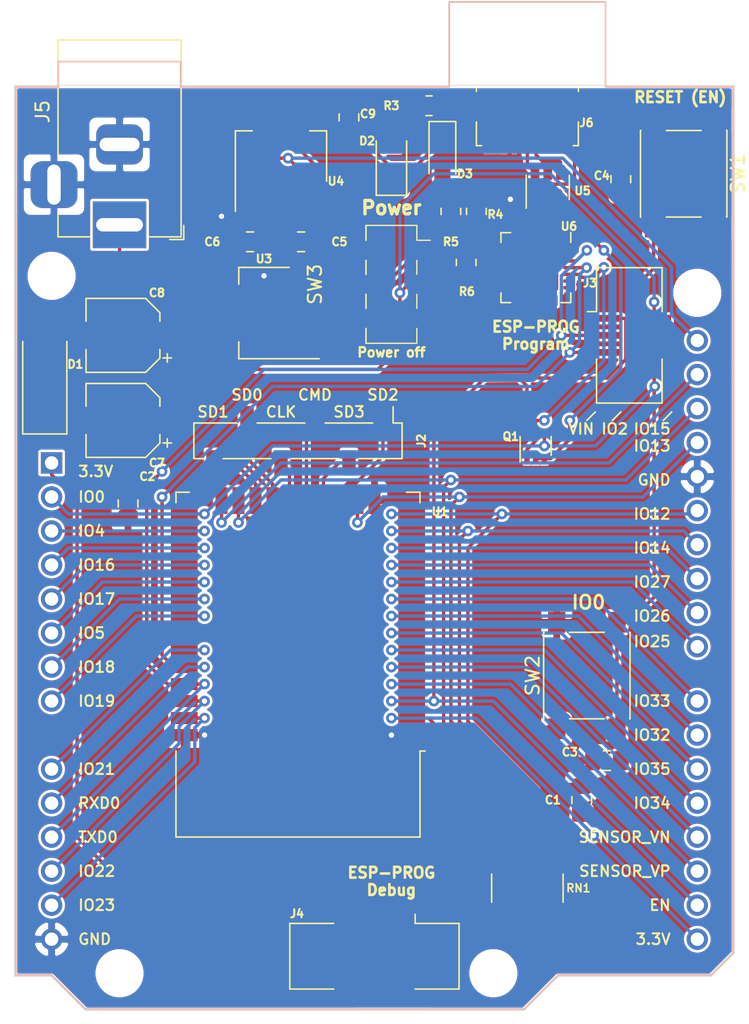
<source format=kicad_pcb>
(kicad_pcb (version 20171130) (host pcbnew "(5.1.5)-3")
  (layers (0 F.Cu signal) (31 B.Cu signal) (34 B.Paste user) (35 F.Paste user) (36 B.SilkS user) (37 F.SilkS user) (38 B.Mask user) (39 F.Mask user) (44 Edge.Cuts user))
  (net 0 "")
  (net 1 GND)
  (net 2 +5V)
  (net 3 +3V3)
  (net 4 /IO0)
  (net 5 /EN)
  (net 6 /CMD)
  (net 7 /SD3)
  (net 8 /SD2)
  (net 9 /IO13)
  (net 10 /IO12)
  (net 11 /IO14)
  (net 12 /IO27)
  (net 13 /IO26)
  (net 14 /IO25)
  (net 15 /IO33)
  (net 16 /IO32)
  (net 17 /IO35)
  (net 18 /IO34)
  (net 19 /SENSOR_VN)
  (net 20 /SENSOR_VP)
  (net 21 /CLK)
  (net 22 /SD0)
  (net 23 /SD1)
  (net 24 /IO15)
  (net 25 /IO2)
  (net 26 /IO4)
  (net 27 /IO16)
  (net 28 /IO17)
  (net 29 /IO5)
  (net 30 /IO18)
  (net 31 /IO19)
  (net 32 /IO21)
  (net 33 /RXD0)
  (net 34 /TXD0)
  (net 35 /IO22)
  (net 36 /IO23)
  (net 37 "Net-(R4-Pad1)")
  (net 38 /USB/USB_DP)
  (net 39 /USB/USB_DN)
  (net 40 /USB/RTS)
  (net 41 /USB/DTR)
  (net 42 "Net-(D1-Pad2)")
  (net 43 VDC)
  (net 44 /Power/Internal_3V3)
  (net 45 "Net-(D2-Pad2)")
  (net 46 "Net-(J6-Pad3)")
  (net 47 "Net-(J6-Pad2)")
  (net 48 "Net-(R6-Pad1)")
  (net 49 "Net-(J4-Pad8)")
  (net 50 "Net-(J4-Pad6)")
  (net 51 "Net-(J4-Pad4)")
  (net 52 "Net-(J4-Pad2)")
  (net 53 /USB/VBUS)
  (module Button_Switch_SMD:Nidec_CL-SB-22B-0X (layer F.Cu) (at 157.48 36.195 270)
    (fp_text reference SW3 (at 0 5.715 90) (layer F.SilkS))
    (fp_text value SW_DPDT_x2)
    (pad 6 smd rect (at 2.54 2.2 270) (size 1.2 1.4) (layers F.Cu F.Paste F.Mask))
    (pad 5 smd rect (at 0 2.2 270) (size 1.2 1.4) (layers F.Cu F.Paste F.Mask))
    (pad 4 smd rect (at -2.54 2.2 270) (size 1.2 1.4) (layers F.Cu F.Paste F.Mask))
    (pad 3 smd rect (at 2.54 -2.2 270) (size 1.2 1.4) (layers F.Cu F.Paste F.Mask))
    (pad 2 smd rect (at 0 -2.2 270) (size 1.2 1.4) (layers F.Cu F.Paste F.Mask) (net 3 +3V3))
    (pad 1 smd rect (at -2.54 -2.2 270) (size 1.2 1.4) (layers F.Cu F.Paste F.Mask) (net 44 /Power/Internal_3V3))
  )
  (module Button_Switch_SMD:SW_Push_1P1T_NO_6x6mm_H4.3mm (layer F.Cu) (at 172.085 65.405 90)
    (fp_text reference SW2 (at 0 -4.05 90) (layer F.SilkS))
    (fp_text value SW_Push)
    (pad 2 smd rect (at 3.975 2.25 90) (size 1.55 1.3) (layers F.Cu F.Paste F.Mask) (net 4 /IO0))
    (pad 1 smd rect (at 3.975 -2.25 90) (size 1.55 1.3) (layers F.Cu F.Paste F.Mask) (net 1 GND))
    (pad 1 smd rect (at -3.975 -2.25 90) (size 1.55 1.3) (layers F.Cu F.Paste F.Mask) (net 1 GND))
    (pad 2 smd rect (at -3.975 2.25 90) (size 1.55 1.3) (layers F.Cu F.Paste F.Mask) (net 4 /IO0))
  )
  (module Button_Switch_SMD:SW_Push_1P1T_NO_6x6mm_H4.3mm (layer F.Cu) (at 179.324 27.94 270)
    (fp_text reference SW1 (at 0 -4.05 90) (layer F.SilkS))
    (fp_text value SW_Push)
    (pad 2 smd rect (at 3.975 2.25 270) (size 1.55 1.3) (layers F.Cu F.Paste F.Mask) (net 5 /EN))
    (pad 1 smd rect (at 3.975 -2.25 270) (size 1.55 1.3) (layers F.Cu F.Paste F.Mask) (net 1 GND))
    (pad 1 smd rect (at -3.975 -2.25 270) (size 1.55 1.3) (layers F.Cu F.Paste F.Mask) (net 1 GND))
    (pad 2 smd rect (at -3.975 2.25 270) (size 1.55 1.3) (layers F.Cu F.Paste F.Mask) (net 5 /EN))
  )
  (module Package_TO_SOT_SMD:SOT-363_SC-70-6 (layer F.Cu) (at 168.26 48.26 90)
    (fp_text reference Q1 (at 0.7 -1.16 180) (layer F.SilkS) (effects (font (size 0.6 0.6)) (justify right)))
    (fp_text value BCR129S)
    (pad 6 smd rect (at 0.95 -0.65 90) (size 0.65 0.4) (layers F.Cu F.Paste F.Mask) (net 5 /EN))
    (pad 4 smd rect (at 0.95 0.65 90) (size 0.65 0.4) (layers F.Cu F.Paste F.Mask) (net 4 /IO0))
    (pad 2 smd rect (at -0.95 0 90) (size 0.65 0.4) (layers F.Cu F.Paste F.Mask) (net 41 /USB/DTR))
    (pad 5 smd rect (at 0.95 0 90) (size 0.65 0.4) (layers F.Cu F.Paste F.Mask) (net 40 /USB/RTS))
    (pad 3 smd rect (at -0.95 0.65 90) (size 0.65 0.4) (layers F.Cu F.Paste F.Mask) (net 41 /USB/DTR))
    (pad 1 smd rect (at -0.95 -0.65 90) (size 0.65 0.4) (layers F.Cu F.Paste F.Mask) (net 40 /USB/RTS))
  )
  (module Connector_BarrelJack:BarrelJack_Lumberg_1613-21_Horizontal (layer F.Cu) (at 137.16 31.75 270)
    (fp_text reference J5 (at -8.45 5.75 90) (layer F.SilkS))
    (fp_text value Barrel_Jack_MountingPin)
    (pad 3 thru_hole roundrect (at -3 4.9 270) (size 3.5 3.5) (drill oval 3 1) (layers *.Cu *.Mask) (net 1 GND))
    (pad 2 thru_hole roundrect (at -6 0 270) (size 3 3.5) (drill oval 1 3) (layers *.Cu *.Mask) (net 1 GND))
    (pad 1 thru_hole rect (at 0 0 270) (size 3.5 4) (drill oval 1 3.5) (layers *.Cu *.Mask) (net 42 "Net-(D1-Pad2)"))
  )
  (module Package_TO_SOT_SMD:SOT-223-3_TabPin2 (layer F.Cu) (at 149.225 26.645 90)
    (fp_text reference U4 (at -1.85 3.41 180) (layer F.SilkS) (effects (font (size 0.6 0.6)) (justify left)))
    (fp_text value NCP1117ST50T3G)
    (pad 1 smd rect (at -3.15 -2.3 90) (size 2 1.5) (layers F.Cu F.Paste F.Mask) (net 1 GND))
    (pad 3 smd rect (at -3.15 2.3 90) (size 2 1.5) (layers F.Cu F.Paste F.Mask) (net 43 VDC))
    (pad 2 smd rect (at -3.15 0 90) (size 2 1.5) (layers F.Cu F.Paste F.Mask) (net 2 +5V))
    (pad 2 smd rect (at 3.15 0 90) (size 2 3.8) (layers F.Cu F.Paste F.Mask) (net 2 +5V))
  )
  (module Diode_SMD:D_SOD-123 (layer F.Cu) (at 161.29 26.29 270)
    (fp_text reference D3 (at 1.65 -1 180) (layer F.SilkS) (effects (font (size 0.6 0.6)) (justify left)))
    (fp_text value STPS0520Z)
    (pad 2 smd rect (at 1.65 0 270) (size 0.9 1.2) (layers F.Cu F.Paste F.Mask) (net 53 /USB/VBUS))
    (pad 1 smd rect (at -1.65 0 270) (size 0.9 1.2) (layers F.Cu F.Paste F.Mask) (net 2 +5V))
  )
  (module Capacitor_SMD:CP_Elec_5x5.9 (layer F.Cu) (at 137.414 40.005 180)
    (fp_text reference C8 (at -2.54 3.175) (layer F.SilkS) (effects (font (size 0.6 0.6))))
    (fp_text value 47uF)
    (pad 2 smd roundrect (at 2.2 0 180) (size 3 1.6) (layers F.Cu F.Paste F.Mask) (roundrect_rratio 0.15625) (net 1 GND))
    (pad 1 smd roundrect (at -2.2 0 180) (size 3 1.6) (layers F.Cu F.Paste F.Mask) (roundrect_rratio 0.15625) (net 2 +5V))
  )
  (module Diode_SMD:D_SMA_Handsoldering (layer F.Cu) (at 131.572 42.966 90)
    (fp_text reference D1 (at 0.802 2.286 180) (layer F.SilkS) (effects (font (size 0.6 0.6))))
    (fp_text value M7)
    (pad 2 smd rect (at 2.5 0 90) (size 3.5 1.8) (layers F.Cu F.Paste F.Mask) (net 42 "Net-(D1-Pad2)"))
    (pad 1 smd rect (at -2.5 0 90) (size 3.5 1.8) (layers F.Cu F.Paste F.Mask) (net 43 VDC))
  )
  (module Connector_IDC:IDC-Header_2x03_P1.27mm_Vertical_SMD (layer F.Cu) (at 174.625 38.735)
    (fp_text reference J3 (at -1.6875 -2.64) (layer F.SilkS) (effects (font (size 0.6 0.6)) (justify right)))
    (fp_text value ESP-PROG-Program)
    (pad 6 smd rect (at 2.49 2.54) (size 2.54 0.508) (layers F.Cu F.Paste F.Mask) (net 4 /IO0))
    (pad 4 smd rect (at 2.49 1.27) (size 2.54 0.508) (layers F.Cu F.Paste F.Mask) (net 1 GND))
    (pad 2 smd rect (at 2.49 0) (size 2.54 0.508) (layers F.Cu F.Paste F.Mask) (net 3 +3V3))
    (pad 5 smd rect (at -1.22 2.54) (size 2.54 0.508) (layers F.Cu F.Paste F.Mask) (net 33 /RXD0))
    (pad 3 smd rect (at -1.22 1.27) (size 2.54 0.508) (layers F.Cu F.Paste F.Mask) (net 34 /TXD0))
    (pad 1 smd rect (at -1.22 0) (size 2.54 0.508) (layers F.Cu F.Paste F.Mask) (net 5 /EN))
  )
  (module Connector_IDC:IDC-Header_2x05_P1.27mm_Vertical_SMD (layer F.Cu) (at 158.75 85.725 270)
    (fp_text reference J4 (at -2.54 7.72 180) (layer F.SilkS) (effects (font (size 0.6 0.6)) (justify right)))
    (fp_text value ESP-PROG-Debug)
    (pad 10 smd rect (at 2.49 5.08 270) (size 2.54 0.508) (layers F.Cu F.Paste F.Mask))
    (pad 8 smd rect (at 2.49 3.81 270) (size 2.54 0.508) (layers F.Cu F.Paste F.Mask) (net 49 "Net-(J4-Pad8)"))
    (pad 6 smd rect (at 2.49 2.54 270) (size 2.54 0.508) (layers F.Cu F.Paste F.Mask) (net 50 "Net-(J4-Pad6)"))
    (pad 4 smd rect (at 2.49 1.27 270) (size 2.54 0.508) (layers F.Cu F.Paste F.Mask) (net 51 "Net-(J4-Pad4)"))
    (pad 2 smd rect (at 2.49 0 270) (size 2.54 0.508) (layers F.Cu F.Paste F.Mask) (net 52 "Net-(J4-Pad2)"))
    (pad 9 smd rect (at -1.22 5.08 270) (size 2.54 0.508) (layers F.Cu F.Paste F.Mask) (net 1 GND))
    (pad 7 smd rect (at -1.22 3.81 270) (size 2.54 0.508) (layers F.Cu F.Paste F.Mask) (net 1 GND))
    (pad 5 smd rect (at -1.22 2.54 270) (size 2.54 0.508) (layers F.Cu F.Paste F.Mask) (net 1 GND))
    (pad 3 smd rect (at -1.22 1.27 270) (size 2.54 0.508) (layers F.Cu F.Paste F.Mask) (net 1 GND))
    (pad 1 smd rect (at -1.22 0 270) (size 2.54 0.508) (layers F.Cu F.Paste F.Mask) (net 3 +3V3))
  )
  (module Package_TO_SOT_SMD:SOT-223-3_TabPin2 (layer F.Cu) (at 147.98 38.34 180)
    (fp_text reference U3 (at 0.025 4.05) (layer F.SilkS) (effects (font (size 0.6 0.6))))
    (fp_text value NCP1117-3.3)
    (pad 1 smd rect (at -3.15 -2.3 180) (size 2 1.5) (layers F.Cu F.Paste F.Mask) (net 1 GND))
    (pad 3 smd rect (at -3.15 2.3 180) (size 2 1.5) (layers F.Cu F.Paste F.Mask) (net 2 +5V))
    (pad 2 smd rect (at -3.15 0 180) (size 2 1.5) (layers F.Cu F.Paste F.Mask) (net 44 /Power/Internal_3V3))
    (pad 2 smd rect (at 3.15 0 180) (size 2 3.8) (layers F.Cu F.Paste F.Mask) (net 44 /Power/Internal_3V3))
  )
  (module Resistor_SMD:R_0805_2012Metric_Pad1.20x1.40mm_HandSolder (layer F.Cu) (at 160.29 22.86 180)
    (fp_text reference R3 (at 2.81 0) (layer F.SilkS) (effects (font (size 0.6 0.6))))
    (fp_text value "220 Ohm")
    (pad 2 smd roundrect (at 1 0 180) (size 1.2 1.4) (layers F.Cu F.Paste F.Mask) (roundrect_rratio 0.208333) (net 45 "Net-(D2-Pad2)"))
    (pad 1 smd roundrect (at -1 0 180) (size 1.2 1.4) (layers F.Cu F.Paste F.Mask) (roundrect_rratio 0.208333) (net 2 +5V))
  )
  (module LED_SMD:LED_1206_3216Metric_Pad1.42x1.75mm_HandSolder (layer F.Cu) (at 157.48 27.0875 90)
    (fp_text reference D2 (at 1.6 -1.135 180) (layer F.SilkS) (effects (font (size 0.6 0.6)) (justify right)))
    (fp_text value RF-GSS150TS-BC)
    (pad 2 smd roundrect (at 1.4875 0 90) (size 1.425 1.75) (layers F.Cu F.Paste F.Mask) (roundrect_rratio 0.175439) (net 45 "Net-(D2-Pad2)"))
    (pad 1 smd roundrect (at -1.4875 0 90) (size 1.425 1.75) (layers F.Cu F.Paste F.Mask) (roundrect_rratio 0.175439) (net 1 GND))
  )
  (module Capacitor_SMD:C_0805_2012Metric_Pad1.18x1.45mm_HandSolder (layer F.Cu) (at 146.9175 33.02)
    (fp_text reference C6 (at -2.1375 0) (layer F.SilkS) (effects (font (size 0.6 0.6)) (justify right)))
    (fp_text value 22uF)
    (pad 2 smd roundrect (at 1.0375 0) (size 1.175 1.45) (layers F.Cu F.Paste F.Mask) (roundrect_rratio 0.212766) (net 1 GND))
    (pad 1 smd roundrect (at -1.0375 0) (size 1.175 1.45) (layers F.Cu F.Paste F.Mask) (roundrect_rratio 0.212766) (net 44 /Power/Internal_3V3))
  )
  (module Capacitor_SMD:C_0805_2012Metric_Pad1.18x1.45mm_HandSolder (layer F.Cu) (at 150.7275 33.02 180)
    (fp_text reference C5 (at -2.1805 0 180) (layer F.SilkS) (effects (font (size 0.6 0.6)) (justify left)))
    (fp_text value 22uF)
    (pad 2 smd roundrect (at 1.0375 0 180) (size 1.175 1.45) (layers F.Cu F.Paste F.Mask) (roundrect_rratio 0.212766) (net 1 GND))
    (pad 1 smd roundrect (at -1.0375 0 180) (size 1.175 1.45) (layers F.Cu F.Paste F.Mask) (roundrect_rratio 0.212766) (net 2 +5V))
  )
  (module Connector_PinSocket_2.54mm:PinSocket_1x06_P2.54mm_Vertical_SMD_Pin1Left (layer F.Cu) (at 150.495 47.88 270)
    (fp_text reference J2 (at 0 -9.22 90) (layer F.SilkS) (effects (font (size 0.6 0.6))))
    (fp_text value Conn_02x03_Odd_Even)
    (pad 6 smd rect (at 1.65 6.35 270) (size 1.9 1) (layers F.Cu F.Paste F.Mask) (net 23 /SD1))
    (pad 4 smd rect (at 1.65 1.27 270) (size 1.9 1) (layers F.Cu F.Paste F.Mask) (net 21 /CLK))
    (pad 2 smd rect (at 1.65 -3.81 270) (size 1.9 1) (layers F.Cu F.Paste F.Mask) (net 7 /SD3))
    (pad 5 smd rect (at -1.65 3.81 270) (size 1.9 1) (layers F.Cu F.Paste F.Mask) (net 22 /SD0))
    (pad 3 smd rect (at -1.65 -1.27 270) (size 1.9 1) (layers F.Cu F.Paste F.Mask) (net 6 /CMD))
    (pad 1 smd rect (at -1.65 -6.35 270) (size 1.9 1) (layers F.Cu F.Paste F.Mask) (net 8 /SD2))
  )
  (module Capacitor_SMD:C_0805_2012Metric_Pad1.18x1.45mm_HandSolder (layer F.Cu) (at 154.305 23.7275 270)
    (fp_text reference C9 (at -0.261252 -0.735 180) (layer F.SilkS) (effects (font (size 0.6 0.6)) (justify left)))
    (fp_text value 100nF)
    (pad 2 smd roundrect (at 1.0375 0 270) (size 1.175 1.45) (layers F.Cu F.Paste F.Mask) (roundrect_rratio 0.212766) (net 1 GND))
    (pad 1 smd roundrect (at -1.0375 0 270) (size 1.175 1.45) (layers F.Cu F.Paste F.Mask) (roundrect_rratio 0.212766) (net 2 +5V))
  )
  (module Capacitor_SMD:CP_Elec_5x5.9 (layer F.Cu) (at 137.414 46.355 180)
    (fp_text reference C7 (at -2.54 -3.175) (layer F.SilkS) (effects (font (size 0.6 0.6))))
    (fp_text value 47uF)
    (pad 2 smd roundrect (at 2.2 0 180) (size 3 1.6) (layers F.Cu F.Paste F.Mask) (roundrect_rratio 0.15625) (net 1 GND))
    (pad 1 smd roundrect (at -2.2 0 180) (size 3 1.6) (layers F.Cu F.Paste F.Mask) (roundrect_rratio 0.15625) (net 43 VDC))
  )
  (module Package_TO_SOT_SMD:SOT-23-6 (layer F.Cu) (at 169.164 28.956 90)
    (fp_text reference U5 (at -0.254 3.302 180) (layer F.SilkS) (effects (font (size 0.6 0.6)) (justify right)))
    (fp_text value USBLC6-2SC6)
    (pad 5 smd rect (at 1.1 0 90) (size 1.06 0.65) (layers F.Cu F.Paste F.Mask) (net 53 /USB/VBUS))
    (pad 6 smd rect (at 1.1 -0.95 90) (size 1.06 0.65) (layers F.Cu F.Paste F.Mask) (net 46 "Net-(J6-Pad3)"))
    (pad 4 smd rect (at 1.1 0.95 90) (size 1.06 0.65) (layers F.Cu F.Paste F.Mask) (net 47 "Net-(J6-Pad2)"))
    (pad 3 smd rect (at -1.1 0.95 90) (size 1.06 0.65) (layers F.Cu F.Paste F.Mask) (net 39 /USB/USB_DN))
    (pad 2 smd rect (at -1.1 0 90) (size 1.06 0.65) (layers F.Cu F.Paste F.Mask) (net 1 GND))
    (pad 1 smd rect (at -1.1 -0.95 90) (size 1.06 0.65) (layers F.Cu F.Paste F.Mask) (net 38 /USB/USB_DP))
  )
  (module Resistor_SMD:R_Array_Convex_4x1206 (layer F.Cu) (at 167.64 81.28 90)
    (fp_text reference RN1 (at 0 3.81 180) (layer F.SilkS) (effects (font (size 0.6 0.6) (thickness 0.125))))
    (fp_text value "100 Ohm")
    (pad 6 smd rect (at 1.5 0.66 90) (size 0.9 0.9) (layers F.Cu F.Paste F.Mask) (net 11 /IO14))
    (pad 5 smd rect (at 1.5 2 90) (size 0.9 0.9) (layers F.Cu F.Paste F.Mask) (net 10 /IO12))
    (pad 8 smd rect (at 1.5 -2 90) (size 0.9 0.9) (layers F.Cu F.Paste F.Mask) (net 24 /IO15))
    (pad 7 smd rect (at 1.5 -0.66 90) (size 0.9 0.9) (layers F.Cu F.Paste F.Mask) (net 9 /IO13))
    (pad 3 smd rect (at -1.5 0.66 90) (size 0.9 0.9) (layers F.Cu F.Paste F.Mask) (net 52 "Net-(J4-Pad2)"))
    (pad 2 smd rect (at -1.5 -0.66 90) (size 0.9 0.9) (layers F.Cu F.Paste F.Mask) (net 51 "Net-(J4-Pad4)"))
    (pad 4 smd rect (at -1.5 2 90) (size 0.9 0.9) (layers F.Cu F.Paste F.Mask) (net 49 "Net-(J4-Pad8)"))
    (pad 1 smd rect (at -1.5 -2 90) (size 0.9 0.9) (layers F.Cu F.Paste F.Mask) (net 50 "Net-(J4-Pad6)"))
  )
  (module Package_DFN_QFN:QFN-28-1EP_5x5mm_P0.5mm_EP3.35x3.35mm (layer F.Cu) (at 168.275 34.948 270)
    (fp_text reference U6 (at -3.085 -3.175 180) (layer F.SilkS) (effects (font (size 0.6 0.6)) (justify right)))
    (fp_text value CP2102N-A01-GQFN28)
    (pad 29 smd rect (at 0 0 270) (size 3.35 3.35) (layers F.Cu F.Mask) (net 1 GND))
    (pad 28 smd roundrect (at -1.5 -2.45 270) (size 0.25 0.8) (layers F.Cu F.Paste F.Mask) (net 41 /USB/DTR))
    (pad 27 smd roundrect (at -1 -2.45 270) (size 0.25 0.8) (layers F.Cu F.Paste F.Mask))
    (pad 26 smd roundrect (at -0.5 -2.45 270) (size 0.25 0.8) (layers F.Cu F.Paste F.Mask) (net 34 /TXD0))
    (pad 25 smd roundrect (at 0 -2.45 270) (size 0.25 0.8) (layers F.Cu F.Paste F.Mask) (net 33 /RXD0))
    (pad 24 smd roundrect (at 0.5 -2.45 270) (size 0.25 0.8) (layers F.Cu F.Paste F.Mask) (net 40 /USB/RTS))
    (pad 23 smd roundrect (at 1 -2.45 270) (size 0.25 0.8) (layers F.Cu F.Paste F.Mask))
    (pad 22 smd roundrect (at 1.5 -2.45 270) (size 0.25 0.8) (layers F.Cu F.Paste F.Mask))
    (pad 21 smd roundrect (at 2.45 -1.5 270) (size 0.8 0.25) (layers F.Cu F.Paste F.Mask))
    (pad 20 smd roundrect (at 2.45 -1 270) (size 0.8 0.25) (layers F.Cu F.Paste F.Mask))
    (pad 19 smd roundrect (at 2.45 -0.5 270) (size 0.8 0.25) (layers F.Cu F.Paste F.Mask))
    (pad 18 smd roundrect (at 2.45 0 270) (size 0.8 0.25) (layers F.Cu F.Paste F.Mask))
    (pad 17 smd roundrect (at 2.45 0.5 270) (size 0.8 0.25) (layers F.Cu F.Paste F.Mask))
    (pad 16 smd roundrect (at 2.45 1 270) (size 0.8 0.25) (layers F.Cu F.Paste F.Mask))
    (pad 15 smd roundrect (at 2.45 1.5 270) (size 0.8 0.25) (layers F.Cu F.Paste F.Mask))
    (pad 14 smd roundrect (at 1.5 2.45 270) (size 0.25 0.8) (layers F.Cu F.Paste F.Mask))
    (pad 13 smd roundrect (at 1 2.45 270) (size 0.25 0.8) (layers F.Cu F.Paste F.Mask))
    (pad 12 smd roundrect (at 0.5 2.45 270) (size 0.25 0.8) (layers F.Cu F.Paste F.Mask))
    (pad 11 smd roundrect (at 0 2.45 270) (size 0.25 0.8) (layers F.Cu F.Paste F.Mask))
    (pad 10 smd roundrect (at -0.5 2.45 270) (size 0.25 0.8) (layers F.Cu F.Paste F.Mask))
    (pad 9 smd roundrect (at -1 2.45 270) (size 0.25 0.8) (layers F.Cu F.Paste F.Mask) (net 48 "Net-(R6-Pad1)"))
    (pad 8 smd roundrect (at -1.5 2.45 270) (size 0.25 0.8) (layers F.Cu F.Paste F.Mask) (net 37 "Net-(R4-Pad1)"))
    (pad 7 smd roundrect (at -2.45 1.5 270) (size 0.8 0.25) (layers F.Cu F.Paste F.Mask) (net 44 /Power/Internal_3V3))
    (pad 6 smd roundrect (at -2.45 1 270) (size 0.8 0.25) (layers F.Cu F.Paste F.Mask) (net 44 /Power/Internal_3V3))
    (pad 5 smd roundrect (at -2.45 0.5 270) (size 0.8 0.25) (layers F.Cu F.Paste F.Mask) (net 39 /USB/USB_DN))
    (pad 4 smd roundrect (at -2.45 0 270) (size 0.8 0.25) (layers F.Cu F.Paste F.Mask) (net 38 /USB/USB_DP))
    (pad 3 smd roundrect (at -2.45 -0.5 270) (size 0.8 0.25) (layers F.Cu F.Paste F.Mask) (net 1 GND))
    (pad 2 smd roundrect (at -2.45 -1 270) (size 0.8 0.25) (layers F.Cu F.Paste F.Mask))
    (pad 1 smd roundrect (at -2.45 -1.5 270) (size 0.8 0.25) (layers F.Cu F.Paste F.Mask))
  )
  (module Resistor_SMD:R_0805_2012Metric_Pad1.20x1.40mm_HandSolder (layer F.Cu) (at 163.068 34.56 90)
    (fp_text reference R6 (at -2.175 -0.635 180) (layer F.SilkS) (effects (font (size 0.6 0.6)) (justify left)))
    (fp_text value "2.2k Ohm")
    (pad 2 smd roundrect (at 1 0 90) (size 1.2 1.4) (layers F.Cu F.Paste F.Mask) (roundrect_rratio 0.208333) (net 44 /Power/Internal_3V3))
    (pad 1 smd roundrect (at -1 0 90) (size 1.2 1.4) (layers F.Cu F.Paste F.Mask) (roundrect_rratio 0.208333) (net 48 "Net-(R6-Pad1)"))
  )
  (module Resistor_SMD:R_0805_2012Metric_Pad1.20x1.40mm_HandSolder (layer F.Cu) (at 161.925 30.75 270)
    (fp_text reference R5 (at 2.27 0 180) (layer F.SilkS) (effects (font (size 0.6 0.6))))
    (fp_text value "47k Ohm")
    (pad 2 smd roundrect (at 1 0 270) (size 1.2 1.4) (layers F.Cu F.Paste F.Mask) (roundrect_rratio 0.208333) (net 37 "Net-(R4-Pad1)"))
    (pad 1 smd roundrect (at -1 0 270) (size 1.2 1.4) (layers F.Cu F.Paste F.Mask) (roundrect_rratio 0.208333) (net 1 GND))
  )
  (module Resistor_SMD:R_0805_2012Metric_Pad1.20x1.40mm_HandSolder (layer F.Cu) (at 163.83 30.75 90)
    (fp_text reference R4 (at -0.227064 0.735 180) (layer F.SilkS) (effects (font (size 0.6 0.6)) (justify left)))
    (fp_text value "22k Ohm")
    (pad 2 smd roundrect (at 1 0 90) (size 1.2 1.4) (layers F.Cu F.Paste F.Mask) (roundrect_rratio 0.208333) (net 53 /USB/VBUS))
    (pad 1 smd roundrect (at -1 0 90) (size 1.2 1.4) (layers F.Cu F.Paste F.Mask) (roundrect_rratio 0.208333) (net 37 "Net-(R4-Pad1)"))
  )
  (module Connector_USB:USB_Micro-B_Molex_47346-0001 (layer F.Cu) (at 167.64 24.13 180)
    (fp_text reference J6 (at -3.81 0 180) (layer F.SilkS) (effects (font (size 0.6 0.6)) (justify left)))
    (fp_text value USB_B_Micro)
    (pad 6 smd rect (at 1.55 1.2 180) (size 1 1.9) (layers F.Cu F.Paste F.Mask))
    (pad 6 smd rect (at -1.15 1.2 180) (size 1.8 1.9) (layers F.Cu F.Paste F.Mask))
    (pad 6 smd rect (at 3.375 1.2 180) (size 1.65 1.3) (layers F.Cu F.Paste F.Mask))
    (pad 6 smd rect (at -3.375 1.2 180) (size 1.65 1.3) (layers F.Cu F.Paste F.Mask))
    (pad 6 smd rect (at 2.4875 -1.375 180) (size 1.425 1.55) (layers F.Cu F.Paste F.Mask))
    (pad 6 smd rect (at -2.4875 -1.375 180) (size 1.425 1.55) (layers F.Cu F.Paste F.Mask))
    (pad 5 smd rect (at 1.3 -1.46 180) (size 0.45 1.38) (layers F.Cu F.Paste F.Mask) (net 1 GND))
    (pad 4 smd rect (at 0.65 -1.46 180) (size 0.45 1.38) (layers F.Cu F.Paste F.Mask) (net 1 GND))
    (pad 3 smd rect (at 0 -1.46 180) (size 0.45 1.38) (layers F.Cu F.Paste F.Mask) (net 46 "Net-(J6-Pad3)"))
    (pad 2 smd rect (at -0.65 -1.46 180) (size 0.45 1.38) (layers F.Cu F.Paste F.Mask) (net 47 "Net-(J6-Pad2)"))
    (pad 1 smd rect (at -1.3 -1.46 180) (size 0.45 1.38) (layers F.Cu F.Paste F.Mask) (net 53 /USB/VBUS))
  )
  (module Module:Arduino_UNO_R3_WithMountingHoles (layer B.Cu) (at 132.08 49.53 270)
    (fp_text reference J1 hide)
    (fp_text value Conn_Arduino_UNO_R3 hide)
    (pad "" np_thru_hole circle (at 38.1 -5.08 180) (size 3.2 3.2) (drill 3.2) (layers *.Cu *.Mask))
    (pad "" np_thru_hole circle (at 38.1 -33.02 180) (size 3.2 3.2) (drill 3.2) (layers *.Cu *.Mask))
    (pad "" np_thru_hole circle (at -12.7 -48.26 180) (size 3.2 3.2) (drill 3.2) (layers *.Cu *.Mask))
    (pad "" np_thru_hole circle (at -13.97 0 180) (size 3.2 3.2) (drill 3.2) (layers *.Cu *.Mask))
    (pad 16 thru_hole oval (at 33.02 -48.26 180) (size 1.6 1.6) (drill 1) (layers *.Cu *.Mask) (net 5 /EN))
    (pad 15 thru_hole oval (at 35.56 -48.26 180) (size 1.6 1.6) (drill 1) (layers *.Cu *.Mask) (net 3 +3V3))
    (pad 30 thru_hole oval (at -4.06 -48.26 180) (size 1.6 1.6) (drill 1) (layers *.Cu *.Mask) (net 24 /IO15))
    (pad 14 thru_hole oval (at 35.56 0 180) (size 1.6 1.6) (drill 1) (layers *.Cu *.Mask) (net 1 GND))
    (pad 29 thru_hole oval (at -1.52 -48.26 180) (size 1.6 1.6) (drill 1) (layers *.Cu *.Mask) (net 9 /IO13))
    (pad 13 thru_hole oval (at 33.02 0 180) (size 1.6 1.6) (drill 1) (layers *.Cu *.Mask) (net 36 /IO23))
    (pad 28 thru_hole oval (at 1.02 -48.26 180) (size 1.6 1.6) (drill 1) (layers *.Cu *.Mask) (net 1 GND))
    (pad 12 thru_hole oval (at 30.48 0 180) (size 1.6 1.6) (drill 1) (layers *.Cu *.Mask) (net 35 /IO22))
    (pad 27 thru_hole oval (at 3.56 -48.26 180) (size 1.6 1.6) (drill 1) (layers *.Cu *.Mask) (net 10 /IO12))
    (pad 11 thru_hole oval (at 27.94 0 180) (size 1.6 1.6) (drill 1) (layers *.Cu *.Mask) (net 34 /TXD0))
    (pad 26 thru_hole oval (at 6.1 -48.26 180) (size 1.6 1.6) (drill 1) (layers *.Cu *.Mask) (net 11 /IO14))
    (pad 10 thru_hole oval (at 25.4 0 180) (size 1.6 1.6) (drill 1) (layers *.Cu *.Mask) (net 33 /RXD0))
    (pad 25 thru_hole oval (at 8.64 -48.26 180) (size 1.6 1.6) (drill 1) (layers *.Cu *.Mask) (net 12 /IO27))
    (pad 9 thru_hole oval (at 22.86 0 180) (size 1.6 1.6) (drill 1) (layers *.Cu *.Mask) (net 32 /IO21))
    (pad 24 thru_hole oval (at 11.18 -48.26 180) (size 1.6 1.6) (drill 1) (layers *.Cu *.Mask) (net 13 /IO26))
    (pad 8 thru_hole oval (at 17.78 0 180) (size 1.6 1.6) (drill 1) (layers *.Cu *.Mask) (net 31 /IO19))
    (pad 23 thru_hole oval (at 13.72 -48.26 180) (size 1.6 1.6) (drill 1) (layers *.Cu *.Mask) (net 14 /IO25))
    (pad 7 thru_hole oval (at 15.24 0 180) (size 1.6 1.6) (drill 1) (layers *.Cu *.Mask) (net 30 /IO18))
    (pad 22 thru_hole oval (at 17.78 -48.26 180) (size 1.6 1.6) (drill 1) (layers *.Cu *.Mask) (net 15 /IO33))
    (pad 6 thru_hole oval (at 12.7 0 180) (size 1.6 1.6) (drill 1) (layers *.Cu *.Mask) (net 29 /IO5))
    (pad 21 thru_hole oval (at 20.32 -48.26 180) (size 1.6 1.6) (drill 1) (layers *.Cu *.Mask) (net 16 /IO32))
    (pad 5 thru_hole oval (at 10.16 0 180) (size 1.6 1.6) (drill 1) (layers *.Cu *.Mask) (net 28 /IO17))
    (pad 20 thru_hole oval (at 22.86 -48.26 180) (size 1.6 1.6) (drill 1) (layers *.Cu *.Mask) (net 17 /IO35))
    (pad 4 thru_hole oval (at 7.62 0 180) (size 1.6 1.6) (drill 1) (layers *.Cu *.Mask) (net 27 /IO16))
    (pad 19 thru_hole oval (at 25.4 -48.26 180) (size 1.6 1.6) (drill 1) (layers *.Cu *.Mask) (net 18 /IO34))
    (pad 3 thru_hole oval (at 5.08 0 180) (size 1.6 1.6) (drill 1) (layers *.Cu *.Mask) (net 26 /IO4))
    (pad 18 thru_hole oval (at 27.94 -48.26 180) (size 1.6 1.6) (drill 1) (layers *.Cu *.Mask) (net 19 /SENSOR_VN))
    (pad 2 thru_hole oval (at 2.54 0 180) (size 1.6 1.6) (drill 1) (layers *.Cu *.Mask) (net 4 /IO0))
    (pad 17 thru_hole oval (at 30.48 -48.26 180) (size 1.6 1.6) (drill 1) (layers *.Cu *.Mask) (net 20 /SENSOR_VP))
    (pad 1 thru_hole rect (at 0 0 180) (size 1.6 1.6) (drill 1) (layers *.Cu *.Mask) (net 3 +3V3))
    (pad 31 thru_hole oval (at -6.6 -48.26 180) (size 1.6 1.6) (drill 1) (layers *.Cu *.Mask) (net 25 /IO2))
    (pad 32 thru_hole oval (at -9.14 -48.26 180) (size 1.6 1.6) (drill 1) (layers *.Cu *.Mask) (net 43 VDC))
  )
  (module Capacitor_SMD:C_0805_2012Metric_Pad1.18x1.45mm_HandSolder (layer F.Cu) (at 174.625 28.3425 270)
    (fp_text reference C4 (at -0.261252 0.735 180) (layer F.SilkS) (effects (font (size 0.6 0.6)) (justify right)))
    (fp_text value 100nF)
    (pad 2 smd roundrect (at 1.0375 0 270) (size 1.175 1.45) (layers F.Cu F.Paste F.Mask) (roundrect_rratio 0.212766) (net 5 /EN))
    (pad 1 smd roundrect (at -1.0375 0 270) (size 1.175 1.45) (layers F.Cu F.Paste F.Mask) (roundrect_rratio 0.212766) (net 1 GND))
  )
  (module Capacitor_SMD:C_0805_2012Metric_Pad1.18x1.45mm_HandSolder (layer F.Cu) (at 173.5875 71.755)
    (fp_text reference C3 (at -2.7725 -0.635) (layer F.SilkS) (effects (font (size 0.6 0.6))))
    (fp_text value 100nF)
    (pad 2 smd roundrect (at 1.0375 0) (size 1.175 1.45) (layers F.Cu F.Paste F.Mask) (roundrect_rratio 0.212766) (net 4 /IO0))
    (pad 1 smd roundrect (at -1.0375 0) (size 1.175 1.45) (layers F.Cu F.Paste F.Mask) (roundrect_rratio 0.212766) (net 1 GND))
  )
  (module Capacitor_SMD:C_0805_2012Metric_Pad1.18x1.45mm_HandSolder (layer F.Cu) (at 137.795 52.5565 270)
    (fp_text reference C2 (at -2.0105 -0.762 180) (layer F.SilkS) (effects (font (size 0.6 0.6)) (justify left)))
    (fp_text value 100nF)
    (pad 2 smd roundrect (at 1.0375 0 270) (size 1.175 1.45) (layers F.Cu F.Paste F.Mask) (roundrect_rratio 0.212766) (net 1 GND))
    (pad 1 smd roundrect (at -1.0375 0 270) (size 1.175 1.45) (layers F.Cu F.Paste F.Mask) (roundrect_rratio 0.212766) (net 3 +3V3))
  )
  (module Capacitor_SMD:C_0805_2012Metric_Pad1.18x1.45mm_HandSolder (layer F.Cu) (at 171.704 74.6975 90)
    (fp_text reference C1 (at 0 -2.159 180) (layer F.SilkS) (effects (font (size 0.6 0.6))))
    (fp_text value 4.7uF)
    (pad 2 smd roundrect (at 1.0375 0 90) (size 1.175 1.45) (layers F.Cu F.Paste F.Mask) (roundrect_rratio 0.212766) (net 1 GND))
    (pad 1 smd roundrect (at -1.0375 0 90) (size 1.175 1.45) (layers F.Cu F.Paste F.Mask) (roundrect_rratio 0.212766) (net 3 +3V3))
  )
  (module RF_Module:ESP32-WROOM-32 (layer F.Cu) (at 150.495 61.595 180)
    (fp_text reference U1 (at -10.61 8.43 180) (layer F.SilkS) (effects (font (size 0.6 0.6))))
    (fp_text value ESP32-WROOM-32)
    (pad 38 smd rect (at 8.5 -8.255 180) (size 2 0.9) (layers F.Cu F.Paste F.Mask) (net 1 GND))
    (pad 37 smd rect (at 8.5 -6.985 180) (size 2 0.9) (layers F.Cu F.Paste F.Mask) (net 36 /IO23))
    (pad 36 smd rect (at 8.5 -5.715 180) (size 2 0.9) (layers F.Cu F.Paste F.Mask) (net 35 /IO22))
    (pad 35 smd rect (at 8.5 -4.445 180) (size 2 0.9) (layers F.Cu F.Paste F.Mask) (net 34 /TXD0))
    (pad 34 smd rect (at 8.5 -3.175 180) (size 2 0.9) (layers F.Cu F.Paste F.Mask) (net 33 /RXD0))
    (pad 33 smd rect (at 8.5 -1.905 180) (size 2 0.9) (layers F.Cu F.Paste F.Mask) (net 32 /IO21))
    (pad 32 smd rect (at 8.5 -0.635 180) (size 2 0.9) (layers F.Cu F.Paste F.Mask))
    (pad 31 smd rect (at 8.5 0.635 180) (size 2 0.9) (layers F.Cu F.Paste F.Mask) (net 31 /IO19))
    (pad 30 smd rect (at 8.5 1.905 180) (size 2 0.9) (layers F.Cu F.Paste F.Mask) (net 30 /IO18))
    (pad 29 smd rect (at 8.5 3.175 180) (size 2 0.9) (layers F.Cu F.Paste F.Mask) (net 29 /IO5))
    (pad 28 smd rect (at 8.5 4.445 180) (size 2 0.9) (layers F.Cu F.Paste F.Mask) (net 28 /IO17))
    (pad 27 smd rect (at 8.5 5.715 180) (size 2 0.9) (layers F.Cu F.Paste F.Mask) (net 27 /IO16))
    (pad 26 smd rect (at 8.5 6.985 180) (size 2 0.9) (layers F.Cu F.Paste F.Mask) (net 26 /IO4))
    (pad 25 smd rect (at 8.5 8.255 180) (size 2 0.9) (layers F.Cu F.Paste F.Mask) (net 4 /IO0))
    (pad 24 smd rect (at 5.715 9.255 270) (size 2 0.9) (layers F.Cu F.Paste F.Mask) (net 25 /IO2))
    (pad 23 smd rect (at 4.445 9.255 270) (size 2 0.9) (layers F.Cu F.Paste F.Mask) (net 24 /IO15))
    (pad 22 smd rect (at 3.175 9.255 270) (size 2 0.9) (layers F.Cu F.Paste F.Mask) (net 23 /SD1))
    (pad 21 smd rect (at 1.905 9.255 270) (size 2 0.9) (layers F.Cu F.Paste F.Mask) (net 22 /SD0))
    (pad 20 smd rect (at 0.635 9.255 270) (size 2 0.9) (layers F.Cu F.Paste F.Mask) (net 21 /CLK))
    (pad 19 smd rect (at -0.635 9.255 270) (size 2 0.9) (layers F.Cu F.Paste F.Mask) (net 6 /CMD))
    (pad 18 smd rect (at -1.905 9.255 270) (size 2 0.9) (layers F.Cu F.Paste F.Mask) (net 7 /SD3))
    (pad 17 smd rect (at -3.175 9.255 270) (size 2 0.9) (layers F.Cu F.Paste F.Mask) (net 8 /SD2))
    (pad 16 smd rect (at -4.445 9.255 270) (size 2 0.9) (layers F.Cu F.Paste F.Mask) (net 9 /IO13))
    (pad 15 smd rect (at -5.715 9.255 270) (size 2 0.9) (layers F.Cu F.Paste F.Mask) (net 1 GND))
    (pad 14 smd rect (at -8.5 8.255 180) (size 2 0.9) (layers F.Cu F.Paste F.Mask) (net 10 /IO12))
    (pad 13 smd rect (at -8.5 6.985 180) (size 2 0.9) (layers F.Cu F.Paste F.Mask) (net 11 /IO14))
    (pad 12 smd rect (at -8.5 5.715 180) (size 2 0.9) (layers F.Cu F.Paste F.Mask) (net 12 /IO27))
    (pad 11 smd rect (at -8.5 4.445 180) (size 2 0.9) (layers F.Cu F.Paste F.Mask) (net 13 /IO26))
    (pad 10 smd rect (at -8.5 3.175 180) (size 2 0.9) (layers F.Cu F.Paste F.Mask) (net 14 /IO25))
    (pad 9 smd rect (at -8.5 1.905 180) (size 2 0.9) (layers F.Cu F.Paste F.Mask) (net 15 /IO33))
    (pad 8 smd rect (at -8.5 0.635 180) (size 2 0.9) (layers F.Cu F.Paste F.Mask) (net 16 /IO32))
    (pad 7 smd rect (at -8.5 -0.635 180) (size 2 0.9) (layers F.Cu F.Paste F.Mask) (net 17 /IO35))
    (pad 6 smd rect (at -8.5 -1.905 180) (size 2 0.9) (layers F.Cu F.Paste F.Mask) (net 18 /IO34))
    (pad 5 smd rect (at -8.5 -3.175 180) (size 2 0.9) (layers F.Cu F.Paste F.Mask) (net 19 /SENSOR_VN))
    (pad 4 smd rect (at -8.5 -4.445 180) (size 2 0.9) (layers F.Cu F.Paste F.Mask) (net 20 /SENSOR_VP))
    (pad 3 smd rect (at -8.5 -5.715 180) (size 2 0.9) (layers F.Cu F.Paste F.Mask) (net 5 /EN))
    (pad 2 smd rect (at -8.5 -6.985 180) (size 2 0.9) (layers F.Cu F.Paste F.Mask) (net 3 +3V3))
    (pad 1 smd rect (at -8.5 -8.255 180) (size 2 0.9) (layers F.Cu F.Paste F.Mask) (net 1 GND))
    (pad 39 smd rect (at -1 -0.755 180) (size 5 5) (layers F.Cu F.Paste F.Mask) (net 1 GND))
  )
  (gr_text "Power off" (at 157.48 41.275) (layer F.SilkS) (effects (font (size 0.7 0.7) (thickness 0.175))))
  (gr_text Power (at 157.48 30.48) (layer F.SilkS) (effects (font (size 1 1) (thickness 0.25))))
  (gr_line (start 183.13 21.34) (end 129.29 21.34) (layer Edge.Cuts) (width 0.05))
  (gr_line (start 177.8 46.355) (end 178.435 45.72) (layer F.SilkS) (width 0.12))
  (gr_text IO0 (at 172.212 59.944) (layer F.SilkS) (effects (font (size 1 1) (thickness 0.2))))
  (gr_text "RESET (EN)" (at 179.07 22.225) (layer F.SilkS) (effects (font (size 0.8 0.8) (thickness 0.2))))
  (gr_text "ESP-PROG\nProgram" (at 168.275 40.005) (layer F.SilkS) (effects (font (size 0.8 0.8) (thickness 0.2))))
  (gr_text "ESP-PROG\nDebug" (at 157.48 80.772) (layer F.SilkS) (effects (font (size 0.8 0.8) (thickness 0.2))))
  (gr_line (start 172.085 46.355) (end 172.72 45.72) (layer F.SilkS) (width 0.12))
  (gr_line (start 173.99 46.355) (end 174.625 45.72) (layer F.SilkS) (width 0.12))
  (gr_text 3.3V (at 133.985 50.165) (layer F.SilkS) (effects (font (size 0.8 0.8)) (justify left)))
  (gr_text VIN (at 172.72 46.99) (layer F.SilkS) (effects (font (size 0.8 0.8)) (justify right)))
  (gr_text CMD (at 151.765 44.45) (layer F.SilkS) (effects (font (size 0.8 0.8))))
  (gr_text SD3 (at 155.575 45.72) (layer F.SilkS) (effects (font (size 0.8 0.8)) (justify right)))
  (gr_text SD2 (at 156.845 44.45) (layer F.SilkS) (effects (font (size 0.8 0.8))))
  (gr_text IO13 (at 178.435 48.26) (layer F.SilkS) (effects (font (size 0.8 0.8)) (justify right)))
  (gr_text GND (at 178.435 50.8) (layer F.SilkS) (effects (font (size 0.8 0.8)) (justify right)))
  (gr_text IO12 (at 178.435 53.34) (layer F.SilkS) (effects (font (size 0.8 0.8)) (justify right)))
  (gr_text IO14 (at 178.435 55.88) (layer F.SilkS) (effects (font (size 0.8 0.8)) (justify right)))
  (gr_text IO27 (at 178.435 58.42) (layer F.SilkS) (effects (font (size 0.8 0.8)) (justify right)))
  (gr_text IO26 (at 178.435 60.96) (layer F.SilkS) (effects (font (size 0.8 0.8)) (justify right)))
  (gr_text IO25 (at 178.435 62.865) (layer F.SilkS) (effects (font (size 0.8 0.8)) (justify right)))
  (gr_text IO33 (at 178.435 67.31) (layer F.SilkS) (effects (font (size 0.8 0.8)) (justify right)))
  (gr_text IO32 (at 178.435 69.85) (layer F.SilkS) (effects (font (size 0.8 0.8)) (justify right)))
  (gr_text IO35 (at 178.435 72.39) (layer F.SilkS) (effects (font (size 0.8 0.8)) (justify right)))
  (gr_text IO34 (at 178.435 74.93) (layer F.SilkS) (effects (font (size 0.8 0.8)) (justify right)))
  (gr_text SENSOR_VN (at 178.435 77.47) (layer F.SilkS) (effects (font (size 0.8 0.8)) (justify right)))
  (gr_text SENSOR_VP (at 178.435 80.01) (layer F.SilkS) (effects (font (size 0.8 0.8)) (justify right)))
  (gr_text EN (at 178.435 82.55) (layer F.SilkS) (effects (font (size 0.8 0.8)) (justify right)))
  (gr_text 3.3V (at 178.435 85.09) (layer F.SilkS) (effects (font (size 0.8 0.8)) (justify right)))
  (gr_text CLK (at 149.225 45.72) (layer F.SilkS) (effects (font (size 0.8 0.8))))
  (gr_text SD0 (at 146.685 44.45) (layer F.SilkS) (effects (font (size 0.8 0.8))))
  (gr_text SD1 (at 144.145 45.72) (layer F.SilkS) (effects (font (size 0.8 0.8))))
  (gr_text IO15 (at 178.435 46.99) (layer F.SilkS) (effects (font (size 0.8 0.8)) (justify right)))
  (gr_text IO2 (at 175.26 46.99) (layer F.SilkS) (effects (font (size 0.8 0.8)) (justify right)))
  (gr_text IO0 (at 133.985 52.07) (layer F.SilkS) (effects (font (size 0.8 0.8)) (justify left)))
  (gr_text IO4 (at 133.985 54.61) (layer F.SilkS) (effects (font (size 0.8 0.8)) (justify left)))
  (gr_text IO16 (at 133.985 57.15) (layer F.SilkS) (effects (font (size 0.8 0.8)) (justify left)))
  (gr_text IO17 (at 133.985 59.69) (layer F.SilkS) (effects (font (size 0.8 0.8)) (justify left)))
  (gr_text IO5 (at 133.985 62.23) (layer F.SilkS) (effects (font (size 0.8 0.8)) (justify left)))
  (gr_text IO18 (at 133.985 64.77) (layer F.SilkS) (effects (font (size 0.8 0.8)) (justify left)))
  (gr_text IO19 (at 133.985 67.31) (layer F.SilkS) (effects (font (size 0.8 0.8)) (justify left)))
  (gr_text IO21 (at 133.985 72.39) (layer F.SilkS) (effects (font (size 0.8 0.8)) (justify left)))
  (gr_text RXD0 (at 133.985 74.93) (layer F.SilkS) (effects (font (size 0.8 0.8)) (justify left)))
  (gr_text TXD0 (at 133.985 77.47) (layer F.SilkS) (effects (font (size 0.8 0.8)) (justify left)))
  (gr_text IO22 (at 133.985 80.01) (layer F.SilkS) (effects (font (size 0.8 0.8)) (justify left)))
  (gr_text IO23 (at 133.985 82.55) (layer F.SilkS) (effects (font (size 0.8 0.8)) (justify left)))
  (gr_text GND (at 133.985 85.09) (layer F.SilkS) (effects (font (size 0.8 0.8)) (justify left)))
  (gr_line (start 129.29 87.88) (end 132.08 87.88) (layer Edge.Cuts) (width 0.05))
  (gr_line (start 129.29 21.34) (end 129.29 87.88) (layer Edge.Cuts) (width 0.05))
  (gr_line (start 183.13 86.11) (end 183.13 21.34) (layer Edge.Cuts) (width 0.05))
  (gr_line (start 181.36 87.88) (end 183.13 86.11) (layer Edge.Cuts) (width 0.05))
  (gr_line (start 169.93 87.88) (end 181.36 87.88) (layer Edge.Cuts) (width 0.05))
  (gr_line (start 167.39 90.42) (end 169.93 87.88) (layer Edge.Cuts) (width 0.05))
  (gr_line (start 134.62 90.42) (end 167.39 90.42) (layer Edge.Cuts) (width 0.05))
  (gr_line (start 132.08 87.88) (end 134.62 90.42) (layer Edge.Cuts) (width 0.05))
  (segment (start 141.995 69.85) (end 143.51 69.85) (width 0.25) (layer F.Cu) (net 1))
  (segment (start 143.51 69.85) (end 143.51 69.85) (width 0.25) (layer F.Cu) (net 1))
  (via (at 143.51 69.85) (size 0.8) (drill 0.4) (layers F.Cu B.Cu) (net 1))
  (segment (start 158.995 69.85) (end 157.48 69.85) (width 0.25) (layer F.Cu) (net 1))
  (segment (start 157.48 69.85) (end 157.48 69.85) (width 0.25) (layer F.Cu) (net 1))
  (via (at 157.48 69.85) (size 0.8) (drill 0.4) (layers F.Cu B.Cu) (net 1))
  (segment (start 166.99 25.59) (end 166.99 25.766) (width 0.25) (layer F.Cu) (net 1))
  (segment (start 166.99 25.59) (end 166.34 25.59) (width 0.25) (layer F.Cu) (net 1))
  (segment (start 168.775 34.335) (end 168.275 34.835) (width 0.25) (layer F.Cu) (net 1))
  (segment (start 168.775 32.385) (end 168.775 34.335) (width 0.25) (layer F.Cu) (net 1))
  (segment (start 166.264999 26.605001) (end 166.34 26.53) (width 0.25) (layer F.Cu) (net 1))
  (segment (start 166.34 26.53) (end 166.34 25.59) (width 0.25) (layer F.Cu) (net 1))
  (segment (start 166.99 26.53) (end 166.99 25.59) (width 0.25) (layer F.Cu) (net 1))
  (segment (start 166.914999 26.605001) (end 166.99 26.53) (width 0.25) (layer F.Cu) (net 1))
  (segment (start 166.264999 26.605001) (end 166.914999 26.605001) (width 0.25) (layer F.Cu) (net 1))
  (via (at 166.37 29.845) (size 0.8) (drill 0.4) (layers F.Cu B.Cu) (net 1))
  (via (at 147.955 35.56) (size 0.8) (drill 0.4) (layers F.Cu B.Cu) (net 1))
  (via (at 144.78 31.115) (size 0.8) (drill 0.4) (layers F.Cu B.Cu) (net 1))
  (segment (start 160.959999 26.605001) (end 166.264999 26.605001) (width 0.25) (layer F.Cu) (net 1))
  (segment (start 157.48 28.575) (end 158.99 28.575) (width 0.25) (layer F.Cu) (net 1))
  (segment (start 158.99 28.575) (end 160.959999 26.605001) (width 0.25) (layer F.Cu) (net 1))
  (segment (start 161.29 24.64) (end 161.29 22.86) (width 0.25) (layer F.Cu) (net 2))
  (segment (start 151.375 23.495) (end 149.225 23.495) (width 0.25) (layer F.Cu) (net 2))
  (segment (start 154.0875 23.495) (end 151.375 23.495) (width 0.25) (layer F.Cu) (net 2))
  (segment (start 154.305 23.2775) (end 154.0875 23.495) (width 0.25) (layer F.Cu) (net 2))
  (segment (start 154.305 22.69) (end 154.305 23.2775) (width 0.25) (layer F.Cu) (net 2))
  (segment (start 151.765 32.585) (end 151.765 33.02) (width 0.25) (layer F.Cu) (net 2))
  (segment (start 149.225 30.045) (end 151.765 32.585) (width 0.25) (layer F.Cu) (net 2))
  (segment (start 149.225 29.795) (end 149.225 30.045) (width 0.25) (layer F.Cu) (net 2))
  (segment (start 151.765 35.405) (end 151.13 36.04) (width 0.25) (layer F.Cu) (net 2))
  (segment (start 151.765 33.02) (end 151.765 35.405) (width 0.25) (layer F.Cu) (net 2))
  (segment (start 149.225 31.045) (end 149.225 29.795) (width 0.25) (layer F.Cu) (net 2))
  (segment (start 149.149999 31.120001) (end 149.225 31.045) (width 0.25) (layer F.Cu) (net 2))
  (segment (start 146.154309 31.120001) (end 149.149999 31.120001) (width 0.25) (layer F.Cu) (net 2))
  (segment (start 139.614 37.66031) (end 146.154309 31.120001) (width 0.25) (layer F.Cu) (net 2))
  (segment (start 139.614 40.005) (end 139.614 37.66031) (width 0.25) (layer F.Cu) (net 2))
  (segment (start 152.3525 33.02) (end 151.765 33.02) (width 0.25) (layer F.Cu) (net 2))
  (segment (start 152.600001 32.772499) (end 152.3525 33.02) (width 0.25) (layer F.Cu) (net 2))
  (segment (start 152.600001 28.120001) (end 152.600001 32.772499) (width 0.25) (layer F.Cu) (net 2))
  (segment (start 149.225 24.745) (end 152.600001 28.120001) (width 0.25) (layer F.Cu) (net 2))
  (segment (start 149.225 23.495) (end 149.225 24.745) (width 0.25) (layer F.Cu) (net 2))
  (segment (start 155.35501 23.01501) (end 155.03 22.69) (width 0.25) (layer F.Cu) (net 2))
  (segment (start 161.29 24.64) (end 161.29 25.4) (width 0.25) (layer F.Cu) (net 2))
  (segment (start 161.29 25.4) (end 159.385 27.305) (width 0.25) (layer F.Cu) (net 2))
  (segment (start 155.03 22.69) (end 154.305 22.69) (width 0.25) (layer F.Cu) (net 2))
  (segment (start 159.385 27.305) (end 157.28431 27.305) (width 0.25) (layer F.Cu) (net 2))
  (segment (start 157.28431 27.305) (end 155.35501 25.3757) (width 0.25) (layer F.Cu) (net 2))
  (segment (start 155.35501 25.3757) (end 155.35501 23.01501) (width 0.25) (layer F.Cu) (net 2))
  (segment (start 158.995 68.58) (end 157.48 68.58) (width 0.25) (layer F.Cu) (net 3))
  (segment (start 157.48 68.58) (end 157.48 68.58) (width 0.25) (layer F.Cu) (net 3))
  (via (at 157.48 68.58) (size 0.8) (drill 0.4) (layers F.Cu B.Cu) (net 3))
  (segment (start 163.83 68.58) (end 172.593 77.343) (width 0.25) (layer B.Cu) (net 3))
  (segment (start 157.48 68.58) (end 163.83 68.58) (width 0.25) (layer B.Cu) (net 3))
  (segment (start 132.08 50.404998) (end 133.985 52.309998) (width 0.25) (layer F.Cu) (net 3))
  (segment (start 132.08 49.53) (end 132.08 50.404998) (width 0.25) (layer F.Cu) (net 3))
  (segment (start 133.985 52.309998) (end 133.985 77.47) (width 0.25) (layer F.Cu) (net 3))
  (segment (start 133.985 77.47) (end 139.065 82.55) (width 0.25) (layer F.Cu) (net 3))
  (segment (start 174.625 79.375) (end 180.34 85.09) (width 0.25) (layer B.Cu) (net 3))
  (segment (start 172.593 77.343) (end 174.625 79.375) (width 0.25) (layer B.Cu) (net 3))
  (via (at 172.593 77.343) (size 0.8) (drill 0.4) (layers F.Cu B.Cu) (net 3))
  (segment (start 171.704 76.454) (end 172.593 77.343) (width 0.25) (layer F.Cu) (net 3))
  (segment (start 171.704 75.735) (end 171.704 76.454) (width 0.25) (layer F.Cu) (net 3))
  (segment (start 139.065 82.55) (end 138.938 82.55) (width 0.25) (layer F.Cu) (net 3))
  (segment (start 160.02 82.55) (end 139.065 82.55) (width 0.25) (layer F.Cu) (net 3))
  (segment (start 164.465 78.105) (end 160.02 82.55) (width 0.25) (layer F.Cu) (net 3))
  (segment (start 164.465 72.8) (end 164.465 78.105) (width 0.25) (layer F.Cu) (net 3))
  (segment (start 158.995 68.58) (end 160.245 68.58) (width 0.25) (layer F.Cu) (net 3))
  (segment (start 160.245 68.58) (end 164.465 72.8) (width 0.25) (layer F.Cu) (net 3))
  (segment (start 160.02 83.739) (end 160.02 82.55) (width 0.25) (layer F.Cu) (net 3))
  (segment (start 159.254 84.505) (end 160.02 83.739) (width 0.25) (layer F.Cu) (net 3))
  (segment (start 158.75 84.505) (end 159.254 84.505) (width 0.25) (layer F.Cu) (net 3))
  (segment (start 177.115 38.735) (end 177.115 37.515) (width 0.25) (layer F.Cu) (net 3))
  (segment (start 177.115 37.515) (end 177.115 37.515) (width 0.25) (layer F.Cu) (net 3))
  (segment (start 134.775998 51.519) (end 137.795 51.519) (width 0.25) (layer F.Cu) (net 3))
  (segment (start 133.985 52.309998) (end 134.775998 51.519) (width 0.25) (layer F.Cu) (net 3))
  (segment (start 158.115 40.89) (end 156.46 42.545) (width 0.25) (layer F.Cu) (net 3))
  (segment (start 137.795 50.9315) (end 137.795 51.519) (width 0.25) (layer F.Cu) (net 3))
  (segment (start 146.1815 42.545) (end 137.795 50.9315) (width 0.25) (layer F.Cu) (net 3))
  (segment (start 156.46 42.545) (end 146.1815 42.545) (width 0.25) (layer F.Cu) (net 3))
  (segment (start 177.115 37.515) (end 177.115 37.515) (width 0.25) (layer F.Cu) (net 3))
  (via (at 177.115 37.515) (size 0.8) (drill 0.4) (layers F.Cu B.Cu) (net 3))
  (segment (start 158.115 30.48) (end 160.655 27.94) (width 0.25) (layer B.Cu) (net 3))
  (segment (start 177.115 35.706998) (end 177.115 36.949315) (width 0.25) (layer B.Cu) (net 3))
  (segment (start 177.115 36.949315) (end 177.115 37.515) (width 0.25) (layer B.Cu) (net 3))
  (segment (start 169.348002 27.94) (end 177.115 35.706998) (width 0.25) (layer B.Cu) (net 3))
  (segment (start 160.655 27.94) (end 169.348002 27.94) (width 0.25) (layer B.Cu) (net 3))
  (segment (start 158.115 30.48) (end 158.115 36.83) (width 0.25) (layer B.Cu) (net 3))
  (segment (start 158.115 36.83) (end 158.115 36.83) (width 0.25) (layer B.Cu) (net 3))
  (via (at 158.115 36.83) (size 0.8) (drill 0.4) (layers F.Cu B.Cu) (net 3))
  (segment (start 158.115 40.89) (end 158.115 36.83) (width 0.25) (layer F.Cu) (net 3))
  (segment (start 158.115 36.83) (end 158.75 36.195) (width 0.25) (layer F.Cu) (net 3))
  (segment (start 158.75 36.195) (end 159.68 36.195) (width 0.25) (layer F.Cu) (net 3))
  (segment (start 141.995 53.34) (end 143.51 53.34) (width 0.25) (layer F.Cu) (net 4))
  (segment (start 143.51 53.34) (end 143.51 53.34) (width 0.25) (layer F.Cu) (net 4))
  (via (at 143.51 53.34) (size 0.8) (drill 0.4) (layers F.Cu B.Cu) (net 4))
  (segment (start 133.35 53.34) (end 132.08 52.07) (width 0.25) (layer B.Cu) (net 4))
  (segment (start 143.51 53.34) (end 133.35 53.34) (width 0.25) (layer B.Cu) (net 4))
  (segment (start 143.51 53.34) (end 148.59 48.26) (width 0.25) (layer B.Cu) (net 4))
  (segment (start 148.59 48.26) (end 167.64 48.26) (width 0.25) (layer B.Cu) (net 4))
  (segment (start 172.72 48.26) (end 172.72 48.26) (width 0.25) (layer B.Cu) (net 4))
  (via (at 177.165 43.815) (size 0.8) (drill 0.4) (layers F.Cu B.Cu) (net 4))
  (segment (start 174.625 69.67) (end 174.335 69.38) (width 0.25) (layer F.Cu) (net 4))
  (segment (start 174.625 71.755) (end 174.625 69.67) (width 0.25) (layer F.Cu) (net 4))
  (segment (start 174.335 69.38) (end 174.335 61.43) (width 0.25) (layer F.Cu) (net 4))
  (segment (start 175.235 61.43) (end 177.165 59.5) (width 0.25) (layer F.Cu) (net 4))
  (segment (start 174.335 61.43) (end 175.235 61.43) (width 0.25) (layer F.Cu) (net 4))
  (segment (start 177.115 59.45) (end 177.115 41.275) (width 0.25) (layer F.Cu) (net 4))
  (segment (start 177.165 59.5) (end 177.115 59.45) (width 0.25) (layer F.Cu) (net 4))
  (segment (start 172.72 48.26) (end 177.165 43.815) (width 0.25) (layer B.Cu) (net 4))
  (segment (start 167.64 48.26) (end 168.91 48.26) (width 0.25) (layer B.Cu) (net 4))
  (segment (start 170.815 48.26) (end 170.815 48.26) (width 0.25) (layer B.Cu) (net 4))
  (segment (start 170.815 48.26) (end 172.72 48.26) (width 0.25) (layer B.Cu) (net 4))
  (segment (start 168.91 48.26) (end 170.815 48.26) (width 0.25) (layer B.Cu) (net 4))
  (via (at 168.91 48.26) (size 0.8) (drill 0.4) (layers F.Cu B.Cu) (net 4))
  (segment (start 168.91 47.31) (end 168.91 48.26) (width 0.25) (layer F.Cu) (net 4))
  (segment (start 158.995 67.31) (end 157.48 67.31) (width 0.25) (layer F.Cu) (net 5))
  (segment (start 157.48 67.31) (end 157.48 67.31) (width 0.25) (layer F.Cu) (net 5))
  (segment (start 157.48 67.31) (end 157.48 67.31) (width 0.25) (layer F.Cu) (net 5))
  (via (at 157.48 67.31) (size 0.8) (drill 0.4) (layers F.Cu B.Cu) (net 5))
  (segment (start 165.1 67.31) (end 180.34 82.55) (width 0.25) (layer B.Cu) (net 5))
  (segment (start 157.48 67.31) (end 160.655 67.31) (width 0.25) (layer B.Cu) (net 5))
  (segment (start 164.465 67.31) (end 165.1 67.31) (width 0.25) (layer B.Cu) (net 5))
  (segment (start 160.655 67.31) (end 164.465 67.31) (width 0.25) (layer B.Cu) (net 5))
  (via (at 160.655 67.31) (size 0.8) (drill 0.4) (layers F.Cu B.Cu) (net 5))
  (segment (start 177.074 24.99) (end 177.074 23.965) (width 0.25) (layer F.Cu) (net 5))
  (segment (start 177.074 27.656) (end 177.074 24.99) (width 0.25) (layer F.Cu) (net 5))
  (segment (start 175.35 29.38) (end 177.074 27.656) (width 0.25) (layer F.Cu) (net 5))
  (segment (start 177.074 31.104) (end 177.074 31.915) (width 0.25) (layer F.Cu) (net 5))
  (segment (start 175.35 29.38) (end 177.074 31.104) (width 0.25) (layer F.Cu) (net 5))
  (segment (start 174.625 29.38) (end 175.35 29.38) (width 0.25) (layer F.Cu) (net 5))
  (segment (start 174.925 38.735) (end 173.405 38.735) (width 0.25) (layer F.Cu) (net 5))
  (segment (start 175.000001 38.810001) (end 174.925 38.735) (width 0.25) (layer F.Cu) (net 5))
  (segment (start 175.985001 37.825001) (end 175.985001 36.104999) (width 0.25) (layer F.Cu) (net 5))
  (segment (start 175.000001 38.810001) (end 175.985001 37.825001) (width 0.25) (layer F.Cu) (net 5))
  (segment (start 177.074 35.016) (end 177.074 31.915) (width 0.25) (layer F.Cu) (net 5))
  (segment (start 175.985001 36.104999) (end 177.074 35.016) (width 0.25) (layer F.Cu) (net 5))
  (segment (start 169.53 43.195) (end 173.594002 43.195) (width 0.25) (layer F.Cu) (net 5))
  (segment (start 175.000001 41.789001) (end 175.000001 38.810001) (width 0.25) (layer F.Cu) (net 5))
  (segment (start 173.594002 43.195) (end 175.000001 41.789001) (width 0.25) (layer F.Cu) (net 5))
  (segment (start 160.655 67.31) (end 160.655 46.99) (width 0.25) (layer F.Cu) (net 5))
  (segment (start 160.655 46.99) (end 164.45 43.195) (width 0.25) (layer F.Cu) (net 5))
  (segment (start 167.61 43.785) (end 167.005 43.18) (width 0.25) (layer F.Cu) (net 5))
  (segment (start 164.45 43.195) (end 167.005 43.18) (width 0.25) (layer F.Cu) (net 5))
  (segment (start 167.61 47.31) (end 167.61 43.785) (width 0.25) (layer F.Cu) (net 5))
  (segment (start 167.005 43.18) (end 169.53 43.195) (width 0.25) (layer F.Cu) (net 5))
  (segment (start 151.13 46.865) (end 151.765 46.23) (width 0.25) (layer F.Cu) (net 6))
  (segment (start 151.13 52.34) (end 151.13 46.865) (width 0.25) (layer F.Cu) (net 6))
  (segment (start 153.555 49.53) (end 154.305 49.53) (width 0.25) (layer F.Cu) (net 7))
  (segment (start 152.4 50.685) (end 153.555 49.53) (width 0.25) (layer F.Cu) (net 7))
  (segment (start 152.4 52.34) (end 152.4 50.685) (width 0.25) (layer F.Cu) (net 7))
  (segment (start 156.845 47.43) (end 156.845 46.23) (width 0.25) (layer F.Cu) (net 8))
  (segment (start 156.845 49.025002) (end 156.845 47.43) (width 0.25) (layer F.Cu) (net 8))
  (segment (start 154.855003 51.014999) (end 156.845 49.025002) (width 0.25) (layer F.Cu) (net 8))
  (segment (start 154.229999 51.014999) (end 154.855003 51.014999) (width 0.25) (layer F.Cu) (net 8))
  (segment (start 153.67 51.574998) (end 154.229999 51.014999) (width 0.25) (layer F.Cu) (net 8))
  (segment (start 153.67 52.34) (end 153.67 51.574998) (width 0.25) (layer F.Cu) (net 8))
  (segment (start 154.94 52.34) (end 154.94 53.975) (width 0.25) (layer F.Cu) (net 9))
  (segment (start 154.94 53.975) (end 154.94 53.975) (width 0.25) (layer F.Cu) (net 9))
  (segment (start 180.34 48.01) (end 176.28 52.07) (width 0.25) (layer B.Cu) (net 9))
  (segment (start 176.28 52.07) (end 167.64 52.07) (width 0.25) (layer B.Cu) (net 9))
  (segment (start 156.845 52.07) (end 154.94 53.975) (width 0.25) (layer B.Cu) (net 9))
  (segment (start 154.94 53.975) (end 154.94 53.975) (width 0.25) (layer B.Cu) (net 9))
  (via (at 154.94 53.975) (size 0.8) (drill 0.4) (layers F.Cu B.Cu) (net 9))
  (segment (start 167.64 52.07) (end 167.64 52.07) (width 0.25) (layer B.Cu) (net 9))
  (segment (start 167.64 52.07) (end 156.845 52.07) (width 0.25) (layer B.Cu) (net 9))
  (segment (start 162.56 52.07) (end 162.56 52.07) (width 0.25) (layer F.Cu) (net 9))
  (via (at 162.56 52.07) (size 0.8) (drill 0.4) (layers F.Cu B.Cu) (net 9))
  (segment (start 162.56 52.07) (end 161.925 52.705) (width 0.25) (layer F.Cu) (net 9))
  (segment (start 161.925 52.705) (end 161.925 68.83259) (width 0.25) (layer F.Cu) (net 9))
  (segment (start 166.98 79.08) (end 166.98 79.78) (width 0.25) (layer F.Cu) (net 9))
  (segment (start 167.45501 78.60499) (end 166.98 79.08) (width 0.25) (layer F.Cu) (net 9))
  (segment (start 167.45501 74.3626) (end 167.45501 78.60499) (width 0.25) (layer F.Cu) (net 9))
  (segment (start 161.925 68.83259) (end 167.45501 74.3626) (width 0.25) (layer F.Cu) (net 9))
  (segment (start 158.995 53.34) (end 157.48 53.34) (width 0.25) (layer F.Cu) (net 10))
  (segment (start 157.48 53.34) (end 157.48 53.34) (width 0.25) (layer F.Cu) (net 10))
  (via (at 157.48 53.34) (size 0.8) (drill 0.4) (layers F.Cu B.Cu) (net 10))
  (segment (start 180.09 53.34) (end 180.34 53.09) (width 0.25) (layer B.Cu) (net 10))
  (segment (start 157.48 53.34) (end 170.18 53.34) (width 0.25) (layer B.Cu) (net 10))
  (segment (start 171.45 53.34) (end 171.45 53.34) (width 0.25) (layer B.Cu) (net 10))
  (segment (start 171.45 53.34) (end 180.09 53.34) (width 0.25) (layer B.Cu) (net 10))
  (segment (start 170.18 53.34) (end 171.45 53.34) (width 0.25) (layer B.Cu) (net 10))
  (segment (start 165.735 53.34) (end 165.735 53.34) (width 0.25) (layer F.Cu) (net 10))
  (via (at 165.735 53.34) (size 0.8) (drill 0.4) (layers F.Cu B.Cu) (net 10))
  (segment (start 163.195 55.88) (end 163.195 68.82977) (width 0.25) (layer F.Cu) (net 10))
  (segment (start 168.35503 73.9898) (end 168.35503 78.18503) (width 0.25) (layer F.Cu) (net 10))
  (segment (start 165.735 53.34) (end 163.195 55.88) (width 0.25) (layer F.Cu) (net 10))
  (segment (start 163.195 68.82977) (end 168.35503 73.9898) (width 0.25) (layer F.Cu) (net 10))
  (segment (start 169.64 79.47) (end 169.64 79.78) (width 0.25) (layer F.Cu) (net 10))
  (segment (start 168.35503 78.18503) (end 169.64 79.47) (width 0.25) (layer F.Cu) (net 10))
  (segment (start 158.995 54.61) (end 157.48 54.61) (width 0.25) (layer F.Cu) (net 11))
  (segment (start 157.48 54.61) (end 157.48 54.61) (width 0.25) (layer F.Cu) (net 11))
  (via (at 157.48 54.61) (size 0.8) (drill 0.4) (layers F.Cu B.Cu) (net 11))
  (segment (start 179.32 54.61) (end 180.34 55.63) (width 0.25) (layer B.Cu) (net 11))
  (segment (start 157.48 54.61) (end 169.545 54.61) (width 0.25) (layer B.Cu) (net 11))
  (segment (start 169.545 54.61) (end 179.32 54.61) (width 0.25) (layer B.Cu) (net 11))
  (segment (start 169.545 54.61) (end 169.545 54.61) (width 0.25) (layer B.Cu) (net 11))
  (segment (start 163.195 54.61) (end 163.195 54.61) (width 0.25) (layer F.Cu) (net 11))
  (via (at 163.195 54.61) (size 0.8) (drill 0.4) (layers F.Cu B.Cu) (net 11))
  (segment (start 163.195 54.61) (end 162.56 55.245) (width 0.25) (layer F.Cu) (net 11))
  (segment (start 168.3 79.50496) (end 168.3 79.78) (width 0.25) (layer F.Cu) (net 11))
  (segment (start 162.56 55.245) (end 162.56 68.83118) (width 0.25) (layer F.Cu) (net 11))
  (segment (start 167.90502 79.10998) (end 168.3 79.50496) (width 0.25) (layer F.Cu) (net 11))
  (segment (start 162.56 68.83118) (end 167.90502 74.1762) (width 0.25) (layer F.Cu) (net 11))
  (segment (start 167.90502 74.1762) (end 167.90502 79.10998) (width 0.25) (layer F.Cu) (net 11))
  (segment (start 158.995 55.88) (end 157.48 55.88) (width 0.25) (layer F.Cu) (net 12))
  (segment (start 157.48 55.88) (end 157.48 55.88) (width 0.25) (layer F.Cu) (net 12))
  (via (at 157.48 55.88) (size 0.8) (drill 0.4) (layers F.Cu B.Cu) (net 12))
  (segment (start 178.05 55.88) (end 180.34 58.17) (width 0.25) (layer B.Cu) (net 12))
  (segment (start 157.48 55.88) (end 178.05 55.88) (width 0.25) (layer B.Cu) (net 12))
  (segment (start 158.995 57.15) (end 157.48 57.15) (width 0.25) (layer F.Cu) (net 13))
  (segment (start 157.48 57.15) (end 157.48 57.15) (width 0.25) (layer F.Cu) (net 13))
  (via (at 157.48 57.15) (size 0.8) (drill 0.4) (layers F.Cu B.Cu) (net 13))
  (segment (start 176.78 57.15) (end 180.34 60.71) (width 0.25) (layer B.Cu) (net 13))
  (segment (start 157.48 57.15) (end 176.78 57.15) (width 0.25) (layer B.Cu) (net 13))
  (segment (start 158.995 58.42) (end 157.48 58.42) (width 0.25) (layer F.Cu) (net 14))
  (segment (start 157.48 58.42) (end 157.48 58.42) (width 0.25) (layer F.Cu) (net 14))
  (via (at 157.48 58.42) (size 0.8) (drill 0.4) (layers F.Cu B.Cu) (net 14))
  (segment (start 175.51 58.42) (end 180.34 63.25) (width 0.25) (layer B.Cu) (net 14))
  (segment (start 157.48 58.42) (end 175.51 58.42) (width 0.25) (layer B.Cu) (net 14))
  (segment (start 158.995 59.69) (end 157.48 59.69) (width 0.25) (layer F.Cu) (net 15))
  (segment (start 157.48 59.69) (end 157.48 59.69) (width 0.25) (layer F.Cu) (net 15))
  (via (at 157.48 59.69) (size 0.8) (drill 0.4) (layers F.Cu B.Cu) (net 15))
  (segment (start 172.72 59.69) (end 180.34 67.31) (width 0.25) (layer B.Cu) (net 15))
  (segment (start 157.48 59.69) (end 172.72 59.69) (width 0.25) (layer B.Cu) (net 15))
  (segment (start 158.995 60.96) (end 157.48 60.96) (width 0.25) (layer F.Cu) (net 16))
  (segment (start 157.48 60.96) (end 157.48 60.96) (width 0.25) (layer F.Cu) (net 16))
  (via (at 157.48 60.96) (size 0.8) (drill 0.4) (layers F.Cu B.Cu) (net 16))
  (segment (start 171.45 60.96) (end 180.34 69.85) (width 0.25) (layer B.Cu) (net 16))
  (segment (start 157.48 60.96) (end 171.45 60.96) (width 0.25) (layer B.Cu) (net 16))
  (segment (start 158.995 62.23) (end 158.75 62.23) (width 0.25) (layer F.Cu) (net 17))
  (segment (start 158.75 62.23) (end 157.48 62.23) (width 0.25) (layer F.Cu) (net 17))
  (segment (start 157.48 62.23) (end 157.48 62.23) (width 0.25) (layer F.Cu) (net 17))
  (via (at 157.48 62.23) (size 0.8) (drill 0.4) (layers F.Cu B.Cu) (net 17))
  (segment (start 170.18 62.23) (end 180.34 72.39) (width 0.25) (layer B.Cu) (net 17))
  (segment (start 157.48 62.23) (end 170.18 62.23) (width 0.25) (layer B.Cu) (net 17))
  (segment (start 158.995 63.5) (end 157.48 63.5) (width 0.25) (layer F.Cu) (net 18))
  (segment (start 157.48 63.5) (end 157.48 63.5) (width 0.25) (layer F.Cu) (net 18))
  (via (at 157.48 63.5) (size 0.8) (drill 0.4) (layers F.Cu B.Cu) (net 18))
  (segment (start 168.91 63.5) (end 180.34 74.93) (width 0.25) (layer B.Cu) (net 18))
  (segment (start 157.48 63.5) (end 168.91 63.5) (width 0.25) (layer B.Cu) (net 18))
  (segment (start 158.995 64.77) (end 157.48 64.77) (width 0.25) (layer F.Cu) (net 19))
  (segment (start 157.48 64.77) (end 157.48 64.77) (width 0.25) (layer F.Cu) (net 19))
  (via (at 157.48 64.77) (size 0.8) (drill 0.4) (layers F.Cu B.Cu) (net 19))
  (segment (start 167.64 64.77) (end 180.34 77.47) (width 0.25) (layer B.Cu) (net 19))
  (segment (start 157.48 64.77) (end 167.64 64.77) (width 0.25) (layer B.Cu) (net 19))
  (segment (start 158.995 66.04) (end 157.48 66.04) (width 0.25) (layer F.Cu) (net 20))
  (segment (start 157.48 66.04) (end 157.48 66.04) (width 0.25) (layer F.Cu) (net 20))
  (via (at 157.48 66.04) (size 0.8) (drill 0.4) (layers F.Cu B.Cu) (net 20))
  (segment (start 166.37 66.04) (end 180.34 80.01) (width 0.25) (layer B.Cu) (net 20))
  (segment (start 157.48 66.04) (end 166.37 66.04) (width 0.25) (layer B.Cu) (net 20))
  (segment (start 149.86 50.165) (end 149.225 49.53) (width 0.25) (layer F.Cu) (net 21))
  (segment (start 149.86 52.34) (end 149.86 50.165) (width 0.25) (layer F.Cu) (net 21))
  (segment (start 146.685 47.43) (end 146.685 46.23) (width 0.25) (layer F.Cu) (net 22))
  (segment (start 146.685 49.185) (end 146.685 47.43) (width 0.25) (layer F.Cu) (net 22))
  (segment (start 148.59 51.09) (end 146.685 49.185) (width 0.25) (layer F.Cu) (net 22))
  (segment (start 148.59 52.34) (end 148.59 51.09) (width 0.25) (layer F.Cu) (net 22))
  (segment (start 144.895 49.53) (end 144.145 49.53) (width 0.25) (layer F.Cu) (net 23))
  (segment (start 145.76 49.53) (end 144.895 49.53) (width 0.25) (layer F.Cu) (net 23))
  (segment (start 147.32 51.09) (end 145.76 49.53) (width 0.25) (layer F.Cu) (net 23))
  (segment (start 147.32 52.34) (end 147.32 51.09) (width 0.25) (layer F.Cu) (net 23))
  (segment (start 146.05 52.34) (end 146.05 53.975) (width 0.25) (layer F.Cu) (net 24))
  (segment (start 146.05 53.975) (end 146.05 53.975) (width 0.25) (layer F.Cu) (net 24))
  (via (at 146.05 53.975) (size 0.8) (drill 0.4) (layers F.Cu B.Cu) (net 24))
  (segment (start 180.34 45.47) (end 175.01 50.8) (width 0.25) (layer B.Cu) (net 24))
  (segment (start 149.225 50.8) (end 146.05 53.975) (width 0.25) (layer B.Cu) (net 24))
  (segment (start 175.01 50.8) (end 166.37 50.8) (width 0.25) (layer B.Cu) (net 24))
  (segment (start 165.735 50.8) (end 149.225 50.8) (width 0.25) (layer B.Cu) (net 24))
  (segment (start 166.37 50.8) (end 165.735 50.8) (width 0.25) (layer B.Cu) (net 24))
  (segment (start 161.925 50.8) (end 161.925 50.8) (width 0.25) (layer F.Cu) (net 24))
  (via (at 161.925 50.8) (size 0.8) (drill 0.4) (layers F.Cu B.Cu) (net 24))
  (segment (start 161.380001 68.924001) (end 161.380001 51.344999) (width 0.25) (layer F.Cu) (net 24))
  (segment (start 161.380001 51.344999) (end 161.925 50.8) (width 0.25) (layer F.Cu) (net 24))
  (segment (start 161.380001 68.924001) (end 167.005 74.549) (width 0.25) (layer F.Cu) (net 24))
  (segment (start 167.005 74.549) (end 167.005 78.105) (width 0.25) (layer F.Cu) (net 24))
  (segment (start 166.615 78.105) (end 165.64 79.08) (width 0.25) (layer F.Cu) (net 24))
  (segment (start 165.64 79.08) (end 165.64 79.78) (width 0.25) (layer F.Cu) (net 24))
  (segment (start 167.005 78.105) (end 166.615 78.105) (width 0.25) (layer F.Cu) (net 24))
  (segment (start 144.78 52.34) (end 144.78 53.975) (width 0.25) (layer F.Cu) (net 25))
  (segment (start 144.78 53.975) (end 144.78 53.975) (width 0.25) (layer F.Cu) (net 25))
  (via (at 144.78 53.975) (size 0.8) (drill 0.4) (layers F.Cu B.Cu) (net 25))
  (segment (start 180.34 42.93) (end 173.74 49.53) (width 0.25) (layer B.Cu) (net 25))
  (segment (start 149.225 49.53) (end 144.78 53.975) (width 0.25) (layer B.Cu) (net 25))
  (segment (start 173.74 49.53) (end 149.225 49.53) (width 0.25) (layer B.Cu) (net 25))
  (segment (start 141.995 54.61) (end 143.51 54.61) (width 0.25) (layer F.Cu) (net 26))
  (segment (start 143.51 54.61) (end 143.51 54.61) (width 0.25) (layer F.Cu) (net 26))
  (via (at 143.51 54.61) (size 0.8) (drill 0.4) (layers F.Cu B.Cu) (net 26))
  (segment (start 143.51 54.61) (end 132.08 54.61) (width 0.25) (layer B.Cu) (net 26))
  (segment (start 141.995 55.88) (end 143.245 55.88) (width 0.25) (layer F.Cu) (net 27))
  (segment (start 143.245 55.88) (end 143.51 55.88) (width 0.25) (layer F.Cu) (net 27))
  (segment (start 143.51 55.88) (end 143.51 55.88) (width 0.25) (layer F.Cu) (net 27))
  (via (at 143.51 55.88) (size 0.8) (drill 0.4) (layers F.Cu B.Cu) (net 27))
  (segment (start 133.35 55.88) (end 132.08 57.15) (width 0.25) (layer B.Cu) (net 27))
  (segment (start 143.51 55.88) (end 133.35 55.88) (width 0.25) (layer B.Cu) (net 27))
  (segment (start 141.995 57.15) (end 143.245 57.15) (width 0.25) (layer F.Cu) (net 28))
  (segment (start 143.245 57.15) (end 143.51 57.15) (width 0.25) (layer F.Cu) (net 28))
  (segment (start 143.51 57.15) (end 143.51 57.15) (width 0.25) (layer F.Cu) (net 28))
  (via (at 143.51 57.15) (size 0.8) (drill 0.4) (layers F.Cu B.Cu) (net 28))
  (segment (start 134.62 57.15) (end 132.08 59.69) (width 0.25) (layer B.Cu) (net 28))
  (segment (start 143.51 57.15) (end 134.62 57.15) (width 0.25) (layer B.Cu) (net 28))
  (segment (start 141.995 58.42) (end 143.51 58.42) (width 0.25) (layer F.Cu) (net 29))
  (segment (start 143.51 58.42) (end 143.51 58.42) (width 0.25) (layer F.Cu) (net 29))
  (via (at 143.51 58.42) (size 0.8) (drill 0.4) (layers F.Cu B.Cu) (net 29))
  (segment (start 135.89 58.42) (end 132.08 62.23) (width 0.25) (layer B.Cu) (net 29))
  (segment (start 143.51 58.42) (end 135.89 58.42) (width 0.25) (layer B.Cu) (net 29))
  (segment (start 141.995 59.69) (end 142.24 59.69) (width 0.25) (layer F.Cu) (net 30))
  (segment (start 141.995 59.69) (end 143.51 59.69) (width 0.25) (layer F.Cu) (net 30))
  (segment (start 143.51 59.69) (end 143.51 59.69) (width 0.25) (layer F.Cu) (net 30))
  (via (at 143.51 59.69) (size 0.8) (drill 0.4) (layers F.Cu B.Cu) (net 30))
  (segment (start 137.16 59.69) (end 132.08 64.77) (width 0.25) (layer B.Cu) (net 30))
  (segment (start 143.51 59.69) (end 137.16 59.69) (width 0.25) (layer B.Cu) (net 30))
  (segment (start 141.995 60.96) (end 143.51 60.96) (width 0.25) (layer F.Cu) (net 31))
  (segment (start 143.51 60.96) (end 143.51 60.96) (width 0.25) (layer F.Cu) (net 31))
  (via (at 143.51 60.96) (size 0.8) (drill 0.4) (layers F.Cu B.Cu) (net 31))
  (segment (start 138.43 60.96) (end 132.08 67.31) (width 0.25) (layer B.Cu) (net 31))
  (segment (start 143.51 60.96) (end 138.43 60.96) (width 0.25) (layer B.Cu) (net 31))
  (segment (start 141.995 63.5) (end 143.51 63.5) (width 0.25) (layer F.Cu) (net 32))
  (segment (start 143.51 63.5) (end 143.51 63.5) (width 0.25) (layer F.Cu) (net 32))
  (via (at 143.51 63.5) (size 0.8) (drill 0.4) (layers F.Cu B.Cu) (net 32))
  (segment (start 140.97 63.5) (end 132.08 72.39) (width 0.25) (layer B.Cu) (net 32))
  (segment (start 143.51 63.5) (end 140.97 63.5) (width 0.25) (layer B.Cu) (net 32))
  (segment (start 141.995 64.77) (end 143.51 64.77) (width 0.25) (layer F.Cu) (net 33))
  (segment (start 143.51 64.77) (end 143.51 64.77) (width 0.25) (layer F.Cu) (net 33))
  (via (at 143.51 64.77) (size 0.8) (drill 0.4) (layers F.Cu B.Cu) (net 33))
  (segment (start 142.24 64.77) (end 132.08 74.93) (width 0.25) (layer B.Cu) (net 33))
  (segment (start 143.51 64.77) (end 142.24 64.77) (width 0.25) (layer B.Cu) (net 33))
  (segment (start 140.208 52.324) (end 140.208 52.324) (width 0.25) (layer F.Cu) (net 33))
  (via (at 170.815 41.275) (size 0.8) (drill 0.4) (layers F.Cu B.Cu) (net 33))
  (segment (start 140.208 52.324) (end 140.208 52.324) (width 0.25) (layer F.Cu) (net 33))
  (segment (start 170.815 41.275) (end 173.405 41.275) (width 0.25) (layer F.Cu) (net 33))
  (segment (start 170.815 41.275) (end 171.540001 40.549999) (width 0.25) (layer B.Cu) (net 33))
  (segment (start 171.540001 40.549999) (end 171.540001 35.469999) (width 0.25) (layer B.Cu) (net 33))
  (via (at 140.335 52.07) (size 0.8) (drill 0.4) (layers F.Cu B.Cu) (net 33))
  (segment (start 140.335 52.635685) (end 140.335 52.07) (width 0.25) (layer F.Cu) (net 33))
  (segment (start 141.229998 64.77) (end 140.335 63.875002) (width 0.25) (layer F.Cu) (net 33))
  (segment (start 140.335 63.875002) (end 140.335 52.635685) (width 0.25) (layer F.Cu) (net 33))
  (segment (start 141.995 64.77) (end 141.229998 64.77) (width 0.25) (layer F.Cu) (net 33))
  (segment (start 168.275 43.815) (end 170.815 41.275) (width 0.25) (layer B.Cu) (net 33))
  (segment (start 148.59 43.815) (end 168.275 43.815) (width 0.25) (layer B.Cu) (net 33))
  (segment (start 140.335 52.07) (end 148.59 43.815) (width 0.25) (layer B.Cu) (net 33))
  (segment (start 170.725 34.948) (end 172.062 34.948) (width 0.25) (layer F.Cu) (net 33))
  (segment (start 172.062 34.948) (end 172.062 34.948) (width 0.25) (layer F.Cu) (net 33))
  (via (at 172.062 34.948) (size 0.8) (drill 0.4) (layers F.Cu B.Cu) (net 33))
  (segment (start 171.540001 35.469999) (end 172.062 34.948) (width 0.25) (layer B.Cu) (net 33))
  (segment (start 141.995 66.04) (end 143.51 66.04) (width 0.25) (layer F.Cu) (net 34))
  (segment (start 143.51 66.04) (end 143.51 66.04) (width 0.25) (layer F.Cu) (net 34))
  (via (at 143.51 66.04) (size 0.8) (drill 0.4) (layers F.Cu B.Cu) (net 34))
  (segment (start 143.51 66.04) (end 132.08 77.47) (width 0.25) (layer B.Cu) (net 34))
  (via (at 140.335 50.165) (size 0.8) (drill 0.4) (layers F.Cu B.Cu) (net 34))
  (via (at 170.18 40.005) (size 0.8) (drill 0.4) (layers F.Cu B.Cu) (net 34))
  (segment (start 139.192 51.308) (end 140.335 50.165) (width 0.25) (layer F.Cu) (net 34))
  (segment (start 139.192 64.487) (end 139.192 51.308) (width 0.25) (layer F.Cu) (net 34))
  (segment (start 141.995 66.04) (end 140.745 66.04) (width 0.25) (layer F.Cu) (net 34))
  (segment (start 140.745 66.04) (end 139.192 64.487) (width 0.25) (layer F.Cu) (net 34))
  (segment (start 170.18 40.005) (end 173.405 40.005) (width 0.25) (layer F.Cu) (net 34))
  (segment (start 140.335 50.165) (end 147.955 42.545) (width 0.25) (layer B.Cu) (net 34))
  (segment (start 167.64 42.545) (end 170.18 40.005) (width 0.25) (layer B.Cu) (net 34))
  (segment (start 147.955 42.545) (end 167.64 42.545) (width 0.25) (layer B.Cu) (net 34))
  (via (at 172.085 33.655) (size 0.8) (drill 0.4) (layers F.Cu B.Cu) (net 34))
  (segment (start 171.292 34.448) (end 172.085 33.655) (width 0.25) (layer F.Cu) (net 34))
  (segment (start 170.725 34.448) (end 171.292 34.448) (width 0.25) (layer F.Cu) (net 34))
  (segment (start 170.18 35.56) (end 172.085 33.655) (width 0.25) (layer B.Cu) (net 34))
  (segment (start 170.18 40.005) (end 170.18 35.56) (width 0.25) (layer B.Cu) (net 34))
  (segment (start 141.995 67.31) (end 143.51 67.31) (width 0.25) (layer F.Cu) (net 35))
  (segment (start 143.51 67.31) (end 143.51 67.31) (width 0.25) (layer F.Cu) (net 35))
  (via (at 143.51 67.31) (size 0.8) (drill 0.4) (layers F.Cu B.Cu) (net 35))
  (segment (start 143.51 67.31) (end 141.605 69.215) (width 0.25) (layer B.Cu) (net 35))
  (segment (start 141.605 70.485) (end 132.08 80.01) (width 0.25) (layer B.Cu) (net 35))
  (segment (start 141.605 69.215) (end 141.605 70.485) (width 0.25) (layer B.Cu) (net 35))
  (segment (start 141.995 68.58) (end 143.51 68.58) (width 0.25) (layer F.Cu) (net 36))
  (segment (start 143.51 68.58) (end 143.51 68.58) (width 0.25) (layer F.Cu) (net 36))
  (via (at 143.51 68.58) (size 0.8) (drill 0.4) (layers F.Cu B.Cu) (net 36))
  (segment (start 142.784999 71.845001) (end 132.879999 81.750001) (width 0.25) (layer B.Cu) (net 36))
  (segment (start 142.784999 69.305001) (end 142.784999 71.845001) (width 0.25) (layer B.Cu) (net 36))
  (segment (start 132.879999 81.750001) (end 132.08 82.55) (width 0.25) (layer B.Cu) (net 36))
  (segment (start 143.51 68.58) (end 142.784999 69.305001) (width 0.25) (layer B.Cu) (net 36))
  (segment (start 161.925 31.75) (end 163.83 31.75) (width 0.25) (layer F.Cu) (net 37))
  (segment (start 164.465 31.75) (end 163.83 31.75) (width 0.25) (layer F.Cu) (net 37))
  (segment (start 165.825 33.448) (end 165.825 33.11) (width 0.25) (layer F.Cu) (net 37))
  (segment (start 165.825 33.11) (end 164.465 31.75) (width 0.25) (layer F.Cu) (net 37))
  (segment (start 168.275 30.117) (end 168.275 32.498) (width 0.25) (layer F.Cu) (net 38))
  (segment (start 168.214 30.056) (end 168.275 30.117) (width 0.25) (layer F.Cu) (net 38))
  (segment (start 167.775 32.098) (end 167.775 32.498) (width 0.25) (layer F.Cu) (net 39))
  (segment (start 167.775 32.049978) (end 167.775 32.098) (width 0.25) (layer F.Cu) (net 39))
  (segment (start 167.563999 31.838977) (end 167.775 32.049978) (width 0.25) (layer F.Cu) (net 39))
  (segment (start 167.563999 29.265999) (end 167.563999 31.838977) (width 0.25) (layer F.Cu) (net 39))
  (segment (start 167.628999 29.200999) (end 167.563999 29.265999) (width 0.25) (layer F.Cu) (net 39))
  (segment (start 170.038999 29.200999) (end 167.628999 29.200999) (width 0.25) (layer F.Cu) (net 39))
  (segment (start 170.114 29.276) (end 170.038999 29.200999) (width 0.25) (layer F.Cu) (net 39))
  (segment (start 170.114 30.056) (end 170.114 29.276) (width 0.25) (layer F.Cu) (net 39))
  (segment (start 168.26 47.885) (end 168.26 47.31) (width 0.25) (layer F.Cu) (net 40))
  (segment (start 167.61 48.535) (end 168.26 47.885) (width 0.25) (layer F.Cu) (net 40))
  (segment (start 167.61 49.21) (end 167.61 48.535) (width 0.25) (layer F.Cu) (net 40))
  (segment (start 173.355 36.195) (end 173.355 36.195) (width 0.25) (layer B.Cu) (net 40))
  (segment (start 168.91 46.355) (end 168.91 46.355) (width 0.25) (layer B.Cu) (net 40))
  (via (at 168.91 46.355) (size 0.8) (drill 0.4) (layers F.Cu B.Cu) (net 40))
  (segment (start 168.344315 46.355) (end 168.91 46.355) (width 0.25) (layer F.Cu) (net 40))
  (segment (start 168.26 46.439315) (end 168.344315 46.355) (width 0.25) (layer F.Cu) (net 40))
  (segment (start 168.26 47.31) (end 168.26 46.439315) (width 0.25) (layer F.Cu) (net 40))
  (via (at 173.355 34.925) (size 0.8) (drill 0.4) (layers F.Cu B.Cu) (net 40))
  (segment (start 172.955001 35.324999) (end 173.355 34.925) (width 0.25) (layer F.Cu) (net 40))
  (segment (start 172.606999 35.673001) (end 172.955001 35.324999) (width 0.25) (layer F.Cu) (net 40))
  (segment (start 171.713999 35.673001) (end 172.606999 35.673001) (width 0.25) (layer F.Cu) (net 40))
  (segment (start 171.488998 35.448) (end 171.713999 35.673001) (width 0.25) (layer F.Cu) (net 40))
  (segment (start 170.725 35.448) (end 171.488998 35.448) (width 0.25) (layer F.Cu) (net 40))
  (segment (start 173.355 41.91) (end 173.355 34.925) (width 0.25) (layer B.Cu) (net 40))
  (segment (start 168.91 46.355) (end 173.355 41.91) (width 0.25) (layer B.Cu) (net 40))
  (segment (start 168.26 49.21) (end 168.91 49.21) (width 0.25) (layer F.Cu) (net 41))
  (segment (start 170.815 46.355) (end 170.815 46.355) (width 0.25) (layer B.Cu) (net 41))
  (via (at 170.815 46.355) (size 0.8) (drill 0.4) (layers F.Cu B.Cu) (net 41))
  (segment (start 170.815 46.920685) (end 170.815 46.355) (width 0.25) (layer F.Cu) (net 41))
  (segment (start 170.815 47.755) (end 170.815 46.920685) (width 0.25) (layer F.Cu) (net 41))
  (segment (start 169.36 49.21) (end 170.815 47.755) (width 0.25) (layer F.Cu) (net 41))
  (segment (start 168.91 49.21) (end 169.36 49.21) (width 0.25) (layer F.Cu) (net 41))
  (via (at 173.355 33.655) (size 0.8) (drill 0.4) (layers F.Cu B.Cu) (net 41))
  (segment (start 172.955001 33.255001) (end 173.355 33.655) (width 0.25) (layer F.Cu) (net 41))
  (segment (start 172.629999 32.929999) (end 172.955001 33.255001) (width 0.25) (layer F.Cu) (net 41))
  (segment (start 171.243001 32.929999) (end 172.629999 32.929999) (width 0.25) (layer F.Cu) (net 41))
  (segment (start 170.725 33.448) (end 171.243001 32.929999) (width 0.25) (layer F.Cu) (net 41))
  (segment (start 174.625 42.545) (end 170.815 46.355) (width 0.25) (layer B.Cu) (net 41))
  (segment (start 173.355 33.655) (end 174.625 34.925) (width 0.25) (layer B.Cu) (net 41))
  (segment (start 174.625 34.925) (end 174.625 42.545) (width 0.25) (layer B.Cu) (net 41))
  (segment (start 137.16 33.75) (end 137.16 31.75) (width 0.25) (layer F.Cu) (net 42))
  (segment (start 137.16 34.028) (end 137.16 33.75) (width 0.25) (layer F.Cu) (net 42))
  (segment (start 131.572 39.616) (end 137.16 34.028) (width 0.25) (layer F.Cu) (net 42))
  (segment (start 131.572 40.466) (end 131.572 39.616) (width 0.25) (layer F.Cu) (net 42))
  (segment (start 151.525 28.545) (end 151.525 29.795) (width 0.25) (layer F.Cu) (net 43))
  (segment (start 139.614 46.355) (end 137.78899 44.52999) (width 0.25) (layer F.Cu) (net 43))
  (segment (start 149.755 26.775) (end 151.525 28.545) (width 0.25) (layer F.Cu) (net 43))
  (via (at 149.755 26.775) (size 0.8) (drill 0.4) (layers F.Cu B.Cu) (net 43))
  (segment (start 149.755 26.775) (end 170.285 26.775) (width 0.25) (layer B.Cu) (net 43))
  (segment (start 179.540001 39.590001) (end 180.34 40.39) (width 0.25) (layer B.Cu) (net 43))
  (segment (start 178.414999 38.464999) (end 179.540001 39.590001) (width 0.25) (layer B.Cu) (net 43))
  (segment (start 178.414999 34.904999) (end 178.414999 38.464999) (width 0.25) (layer B.Cu) (net 43))
  (segment (start 170.285 26.775) (end 178.414999 34.904999) (width 0.25) (layer B.Cu) (net 43))
  (segment (start 133.65801 44.52999) (end 137.78899 44.52999) (width 0.25) (layer F.Cu) (net 43))
  (segment (start 132.722 45.466) (end 133.65801 44.52999) (width 0.25) (layer F.Cu) (net 43))
  (segment (start 131.572 45.466) (end 132.722 45.466) (width 0.25) (layer F.Cu) (net 43))
  (segment (start 149.189315 26.775) (end 149.755 26.775) (width 0.25) (layer F.Cu) (net 43))
  (segment (start 147.609998 26.775) (end 149.189315 26.775) (width 0.25) (layer F.Cu) (net 43))
  (segment (start 137.78899 36.596008) (end 147.609998 26.775) (width 0.25) (layer F.Cu) (net 43))
  (segment (start 137.78899 44.52999) (end 137.78899 36.596008) (width 0.25) (layer F.Cu) (net 43))
  (segment (start 167.275 32.385) (end 166.775 32.385) (width 0.25) (layer F.Cu) (net 44))
  (segment (start 144.83 33.4825) (end 145.2925 33.02) (width 0.25) (layer F.Cu) (net 44))
  (segment (start 145.2925 33.02) (end 145.88 33.02) (width 0.25) (layer F.Cu) (net 44))
  (segment (start 144.83 38.34) (end 144.83 33.4825) (width 0.25) (layer F.Cu) (net 44))
  (segment (start 144.83 38.34) (end 151.13 38.34) (width 0.25) (layer F.Cu) (net 44))
  (segment (start 166.775 32.498) (end 166.483 32.498) (width 0.25) (layer F.Cu) (net 44))
  (segment (start 164.80999 30.82499) (end 160.93001 30.82499) (width 0.25) (layer F.Cu) (net 44))
  (segment (start 166.483 32.498) (end 164.80999 30.82499) (width 0.25) (layer F.Cu) (net 44))
  (segment (start 153.599999 37.120001) (end 156.114999 37.120001) (width 0.25) (layer F.Cu) (net 44))
  (segment (start 159.58 33.655) (end 159.68 33.655) (width 0.25) (layer F.Cu) (net 44))
  (segment (start 152.38 38.34) (end 153.599999 37.120001) (width 0.25) (layer F.Cu) (net 44))
  (segment (start 156.114999 37.120001) (end 159.58 33.655) (width 0.25) (layer F.Cu) (net 44))
  (segment (start 151.13 38.34) (end 152.38 38.34) (width 0.25) (layer F.Cu) (net 44))
  (segment (start 159.68 32.075) (end 160.93001 30.82499) (width 0.25) (layer F.Cu) (net 44))
  (segment (start 159.68 33.655) (end 159.68 32.075) (width 0.25) (layer F.Cu) (net 44))
  (segment (start 162.973 33.655) (end 163.068 33.56) (width 0.25) (layer F.Cu) (net 44))
  (segment (start 159.68 33.655) (end 162.973 33.655) (width 0.25) (layer F.Cu) (net 44))
  (segment (start 158.69 22.86) (end 159.29 22.86) (width 0.25) (layer F.Cu) (net 45))
  (segment (start 157.48 24.07) (end 158.69 22.86) (width 0.25) (layer F.Cu) (net 45))
  (segment (start 157.48 25.6) (end 157.48 24.07) (width 0.25) (layer F.Cu) (net 45))
  (segment (start 167.64 27.282) (end 168.214 27.856) (width 0.25) (layer F.Cu) (net 46))
  (segment (start 167.64 25.59) (end 167.64 27.282) (width 0.25) (layer F.Cu) (net 46))
  (segment (start 170.038999 27.000999) (end 170.114 27.076) (width 0.25) (layer F.Cu) (net 47))
  (segment (start 170.114 27.076) (end 170.114 27.856) (width 0.25) (layer F.Cu) (net 47))
  (segment (start 168.760999 27.000999) (end 170.038999 27.000999) (width 0.25) (layer F.Cu) (net 47))
  (segment (start 168.29 26.53) (end 168.760999 27.000999) (width 0.25) (layer F.Cu) (net 47))
  (segment (start 168.29 25.59) (end 168.29 26.53) (width 0.25) (layer F.Cu) (net 47))
  (segment (start 165.376978 33.948) (end 165.1 34.224978) (width 0.25) (layer F.Cu) (net 48))
  (segment (start 165.825 33.948) (end 165.376978 33.948) (width 0.25) (layer F.Cu) (net 48))
  (segment (start 163.768 35.56) (end 163.068 35.56) (width 0.25) (layer F.Cu) (net 48))
  (segment (start 165.1 34.228) (end 163.768 35.56) (width 0.25) (layer F.Cu) (net 48))
  (segment (start 165.1 34.224978) (end 165.1 34.228) (width 0.25) (layer F.Cu) (net 48))
  (segment (start 169.64 83.48) (end 168.664979 84.455021) (width 0.25) (layer F.Cu) (net 49))
  (segment (start 169.64 82.78) (end 169.64 83.48) (width 0.25) (layer F.Cu) (net 49))
  (segment (start 168.664979 84.455021) (end 165.425977 84.455021) (width 0.25) (layer F.Cu) (net 49))
  (segment (start 155.015001 89.810001) (end 154.94 89.735) (width 0.25) (layer F.Cu) (net 49))
  (segment (start 154.94 89.735) (end 154.94 88.215) (width 0.25) (layer F.Cu) (net 49))
  (segment (start 165.425977 84.455021) (end 160.070997 89.810001) (width 0.25) (layer F.Cu) (net 49))
  (segment (start 160.070997 89.810001) (end 155.015001 89.810001) (width 0.25) (layer F.Cu) (net 49))
  (segment (start 165.64 82.78) (end 165.64 83.09) (width 0.25) (layer F.Cu) (net 50))
  (segment (start 165.625007 83.104993) (end 164.866775 83.104993) (width 0.25) (layer F.Cu) (net 50))
  (segment (start 165.64 83.09) (end 165.625007 83.104993) (width 0.25) (layer F.Cu) (net 50))
  (segment (start 156.21 86.695) (end 156.21 88.215) (width 0.25) (layer F.Cu) (net 50))
  (segment (start 161.801779 86.169989) (end 156.73501 86.16999) (width 0.25) (layer F.Cu) (net 50))
  (segment (start 156.73501 86.16999) (end 156.21 86.695) (width 0.25) (layer F.Cu) (net 50))
  (segment (start 164.866775 83.104993) (end 161.801779 86.169989) (width 0.25) (layer F.Cu) (net 50))
  (segment (start 166.904999 83.555001) (end 165.053176 83.555002) (width 0.25) (layer F.Cu) (net 51))
  (segment (start 166.98 82.78) (end 166.98 83.48) (width 0.25) (layer F.Cu) (net 51))
  (segment (start 166.98 83.48) (end 166.904999 83.555001) (width 0.25) (layer F.Cu) (net 51))
  (segment (start 157.48 86.695) (end 157.48 88.215) (width 0.25) (layer F.Cu) (net 51))
  (segment (start 157.555001 86.619999) (end 157.48 86.695) (width 0.25) (layer F.Cu) (net 51))
  (segment (start 161.988179 86.619999) (end 157.555001 86.619999) (width 0.25) (layer F.Cu) (net 51))
  (segment (start 165.053176 83.555002) (end 161.988179 86.619999) (width 0.25) (layer F.Cu) (net 51))
  (segment (start 168.3 83.48) (end 168.3 82.78) (width 0.25) (layer F.Cu) (net 52))
  (segment (start 167.774989 84.005011) (end 168.3 83.48) (width 0.25) (layer F.Cu) (net 52))
  (segment (start 165.239577 84.005011) (end 167.774989 84.005011) (width 0.25) (layer F.Cu) (net 52))
  (segment (start 161.029588 88.215) (end 165.239577 84.005011) (width 0.25) (layer F.Cu) (net 52))
  (segment (start 161.029588 88.215) (end 158.75 88.215) (width 0.25) (layer F.Cu) (net 52))
  (segment (start 162.62 27.94) (end 163.83 29.15) (width 0.25) (layer F.Cu) (net 53))
  (segment (start 161.29 27.94) (end 162.62 27.94) (width 0.25) (layer F.Cu) (net 53))
  (segment (start 169.239001 28.711001) (end 169.164 28.636) (width 0.25) (layer F.Cu) (net 53))
  (segment (start 170.699001 28.711001) (end 169.239001 28.711001) (width 0.25) (layer F.Cu) (net 53))
  (segment (start 169.164 28.636) (end 169.164 27.856) (width 0.25) (layer F.Cu) (net 53))
  (segment (start 171.165001 28.245001) (end 170.699001 28.711001) (width 0.25) (layer F.Cu) (net 53))
  (segment (start 171.165001 24.469999) (end 171.165001 28.245001) (width 0.25) (layer F.Cu) (net 53))
  (segment (start 171.100001 24.404999) (end 171.165001 24.469999) (width 0.25) (layer F.Cu) (net 53))
  (segment (start 169.154999 24.404999) (end 171.100001 24.404999) (width 0.25) (layer F.Cu) (net 53))
  (segment (start 168.94 24.619998) (end 169.154999 24.404999) (width 0.25) (layer F.Cu) (net 53))
  (segment (start 168.94 25.59) (end 168.94 24.619998) (width 0.25) (layer F.Cu) (net 53))
  (segment (start 163.83 29.15) (end 163.83 29.75) (width 0.25) (layer F.Cu) (net 53))
  (segment (start 164.268999 28.711001) (end 163.83 29.15) (width 0.25) (layer F.Cu) (net 53))
  (segment (start 169.088999 28.711001) (end 164.268999 28.711001) (width 0.25) (layer F.Cu) (net 53))
  (segment (start 169.164 28.636) (end 169.088999 28.711001) (width 0.25) (layer F.Cu) (net 53))
  (zone (net 1) (net_name GND) (layer B.Cu) (connect_pads (clearance 0.2)) (min_thickness 0.2) (fill yes (arc_segments 32) (thermal_gap 0.508) (thermal_bridge_width 0.508))
    (polygon (pts (xy 183.515 90.805) (xy 128.905 90.805) (xy 128.905 20.955) (xy 183.515 20.955)))
  )
  (zone (net 1) (net_name GND) (layer F.Cu) (connect_pads (clearance 0.2)) (min_thickness 0.2) (fill yes (arc_segments 32) (thermal_gap 0.508) (thermal_bridge_width 0.508))
    (polygon (pts (xy 184.15 91.44) (xy 128.27 91.44) (xy 128.27 20.32) (xy 184.15 20.32)))
  )
)
</source>
